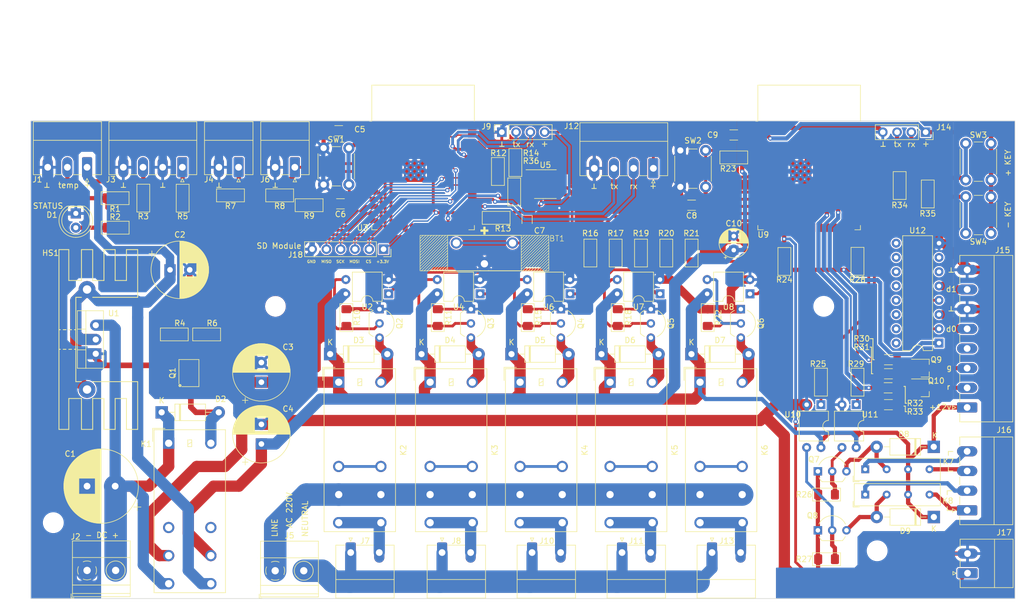
<source format=kicad_pcb>
(kicad_pcb (version 20221018) (generator pcbnew)
  (layers (0 "F.Cu" signal) (31 "B.Cu" signal) (34 "B.Paste" user) (35 "F.Paste" user) (36 "B.SilkS" user "B.Silkscreen") (37 "F.SilkS" user "F.Silkscreen") (38 "B.Mask" user) (39 "F.Mask" user) (44 "Edge.Cuts" user))
  (net 0 "")
  (net 1 "Net-(D2-K)")
  (net 2 "GND")
  (net 3 "/+3.3V")
  (net 4 "Net-(U9-EN)")
  (net 5 "Net-(D1-A)")
  (net 6 "Net-(D2-A)")
  (net 7 "Net-(D3-A)")
  (net 8 "Net-(D4-A)")
  (net 9 "Net-(D5-A)")
  (net 10 "Net-(D6-A)")
  (net 11 "Net-(D7-A)")
  (net 12 "/+3.3V_PROTECTED")
  (net 13 "Net-(U3-EN)")
  (net 14 "Net-(J7-Pin_2)")
  (net 15 "Net-(J8-Pin_2)")
  (net 16 "Net-(J10-Pin_2)")
  (net 17 "/+12V")
  (net 18 "Net-(J11-Pin_2)")
  (net 19 "Net-(D8-A)")
  (net 20 "Net-(D9-A)")
  (net 21 "Net-(J13-Pin_2)")
  (net 22 "Net-(J14-Pin_2)")
  (net 23 "/Lights Relays/NEUTRAL")
  (net 24 "/SENS_GATE")
  (net 25 "/Wiegand Converter/LED_CTRL_RED")
  (net 26 "/Wiegand Converter/LED_CTRL_GREEN")
  (net 27 "Net-(J14-Pin_3)")
  (net 28 "Net-(Q2-B)")
  (net 29 "Net-(Q3-B)")
  (net 30 "Net-(Q4-B)")
  (net 31 "Net-(Q5-B)")
  (net 32 "Net-(Q6-B)")
  (net 33 "Net-(Q7-B)")
  (net 34 "/Wiegand Converter/WIEGAND_D0")
  (net 36 "/Wiegand Converter/WIEGAND_D1")
  (net 37 "Net-(J16-Pin_1)")
  (net 38 "/Energy Control/EC_TX")
  (net 39 "Net-(J16-Pin_2)")
  (net 40 "/Energy Control/EC_RX")
  (net 41 "Net-(Q9-G)")
  (net 42 "/Lights Relays/LINE")
  (net 43 "Net-(J16-Pin_3)")
  (net 44 "/Energy Control/EC_M_RX")
  (net 45 "Net-(J16-Pin_4)")
  (net 46 "/Energy Control/EC_M_TX")
  (net 48 "unconnected-(K6-Pad12)")
  (net 49 "Net-(Q1-G)")
  (net 50 "Net-(Q8-B)")
  (net 51 "Net-(U9-IO0)")
  (net 52 "/Energy Control/INT_TEMP")
  (net 53 "/Energy Control/CASE_OPEN")
  (net 54 "/Energy Control/BAT_LOW")
  (net 55 "/Energy Control/AC_LOW")
  (net 56 "/Energy Control/INPUT_FUSE")
  (net 59 "Net-(Q10-G)")
  (net 60 "/OPEN_GATE")
  (net 61 "/LIGHT_01")
  (net 62 "/LIGHT_03")
  (net 71 "/LIGHT_00")
  (net 72 "Net-(U3-IO25)")
  (net 73 "Net-(U3-IO0)")
  (net 74 "Net-(R16-Pad2)")
  (net 75 "Net-(R17-Pad2)")
  (net 76 "Net-(R19-Pad2)")
  (net 77 "Net-(R20-Pad2)")
  (net 78 "Net-(R21-Pad2)")
  (net 79 "Net-(R25-Pad1)")
  (net 80 "Net-(R29-Pad1)")
  (net 81 "Net-(U9-IO19)")
  (net 82 "/LIGHT_02")
  (net 83 "/LIGHT_04")
  (net 84 "/OPEN_PEDS")
  (net 85 "/WLED_RED")
  (net 86 "/WLED_GREEN")
  (net 88 "Net-(U9-IO18)")
  (net 91 "/POW_CTRL")
  (net 93 "/Energy Control/SDA")
  (net 94 "/Energy Control/SCL")
  (net 105 "/Energy Control/SD_CS")
  (net 107 "/Energy Control/SD_MOSI")
  (net 108 "/WD_0")
  (net 109 "/WD_1")
  (net 112 "/Energy Control/SD_SCK")
  (net 114 "/Energy Control/TACT_FREQ")
  (net 121 "Net-(BT1-+)")
  (net 124 "unconnected-(K2-Pad12)")
  (net 125 "unconnected-(K3-Pad12)")
  (net 126 "unconnected-(K4-Pad12)")
  (net 127 "unconnected-(K5-Pad12)")
  (net 134 "unconnected-(U5-~{RST}-Pad4)")
  (net 135 "/Energy Control/SD_MISO")
  (footprint "PCM_Resistor_SMD_AKL:R_1206_3216Metric_Pad1.42x1.75mm_HandSolder" (layer "F.Cu") (at 106.44 55.4125 -90)
    (fp_text reference "R3")
    (fp_text value "10k")
  )
  (footprint "PCM_Resistor_SMD_AKL:R_1206_3216Metric_Pad1.42x1.75mm_HandSolder" (layer "F.Cu") (at 226.94 88.1625 90)
    (fp_text reference "R25")
    (fp_text value "120")
  )
  (footprint "PCM_Resistor_SMD_AKL:R_1206_3216Metric_Pad1.42x1.75mm_HandSolder" (layer "F.Cu") (at 233.44 66.6625 90)
    (fp_text reference "R28")
    (fp_text value "10k")
  )
  (footprint "Capacitor_THT:CP_Radial_D13.0mm_P5.00mm" (layer "F.Cu") (at 101.44 106.675 180)
    (fp_text reference "C1")
    (fp_text value "1000uF / 50v")
  )
  (footprint "Connector_Phoenix_MC:PhoenixContact_MC_1,5_2-G-3.5_1x02_P3.50mm_Horizontal" (layer "F.Cu") (at 253.0075 122.175 90)
    (fp_text reference "J17")
    (fp_text value "GATES_STATE_SWITCH")
  )
  (footprint "TerminalBlock_Phoenix:TerminalBlock_Phoenix_MKDS-1,5-2-5.08_1x02_P5.08mm_Horizontal" (layer "F.Cu") (at 96.44 121.675)
    (fp_text reference "J2")
    (fp_text value "DC12v")
  )
  (footprint "Package_TO_SOT_THT:TO-92_Inline_Wide" (layer "F.Cu") (at 148.445 75.175 -90)
    (fp_text reference "Q2")
    (fp_text value "2N2222")
  )
  (footprint "Package_DIP:DIP-4_W7.62mm" (layer "F.Cu") (at 226.94 92.175 -90)
    (fp_text reference "U10")
    (fp_text value "PC817")
  )
  (footprint "Diode_THT:D_DO-41_SOD81_P10.16mm_Horizontal" (layer "F.Cu") (at 171.915 83.175)
    (fp_text reference "D5")
    (fp_text value "1N4007")
  )
  (footprint "Package_DIP:DIP-4_W7.62mm" (layer "F.Cu") (at 214.325 72.45 180)
    (fp_text reference "U8")
    (fp_text value "PC817")
  )
  (footprint "MountingHole:MountingHole_3.2mm_M3" (layer "F.Cu") (at 129.94 74.675)
    (fp_text reference "REF**" hide)
    (fp_text value "MountingHole_3.2mm_M3")
  )
  (footprint "Relay_THT:Relay_SPDT_Omron_G2RL-1-E" (layer "F.Cu") (at 141.19 88.175)
    (fp_text reference "K2")
    (fp_text value "G2RL-1-E")
  )
  (footprint "Heatsink:Heatsink_Stonecold_HS-132_32x14mm_2xFixation1.5mm" (layer "F.Cu") (at 96.44 80.575 90)
    (fp_text reference "HS1")
    (fp_text value "Heatsink_Pad")
  )
  (footprint "Relay_THT:Relay_SPDT_Omron_G2RL-1-E" (layer "F.Cu") (at 189.44 88.175)
    (fp_text reference "K5")
    (fp_text value "G2RL-1-E")
  )
  (footprint "Package_DIP:DIP-4_W7.62mm" (layer "F.Cu") (at 182.325 72.45 180)
    (fp_text reference "U6")
    (fp_text value "PC817")
  )
  (footprint "PCM_Resistor_SMD_AKL:R_1206_3216Metric_Pad1.42x1.75mm_HandSolder" (layer "F.Cu") (at 169.5 50.675 -90)
    (fp_text reference "R12")
    (fp_text value "10k")
  )
  (footprint "Capacitor_THT:CP_Radial_D5.0mm_P2.50mm" (layer "F.Cu") (at 211.44 64.675 90)
    (fp_text reference "C10")
    (fp_text value "10uF / 16v")
  )
  (footprint "Diode_THT:D_DO-41_SOD81_P10.16mm_Horizontal" (layer "F.Cu") (at 155.915 83.175)
    (fp_text reference "D4")
    (fp_text value "1N4007")
  )
  (footprint "Relay_THT:Relay_SPDT_Omron_G2RL-1-E" (layer "F.Cu") (at 173.44 88.175)
    (fp_text reference "K4")
    (fp_text value "G2RL-1-E")
  )
  (footprint "Resistor_SMD:R_1206_3216Metric_Pad1.30x1.75mm_HandSolder" (layer "F.Cu") (at 238.94 84.175)
    (fp_text reference "R30")
    (fp_text value "1k")
  )
  (footprint "Button_Switch_THT:SW_PUSH_6mm" (layer "F.Cu") (at 201.94 53.425 90)
    (fp_text reference "SW2")
    (fp_text value "GLC_RESET")
  )
  (footprint "PCM_Resistor_SMD_AKL:R_1206_3216Metric_Pad1.42x1.75mm_HandSolder" (layer "F.Cu") (at 194.94 65.1875 -90)
    (fp_text reference "R19")
    (fp_text value "120")
  )
  (footprint "Connector_PinSocket_2.54mm:PinSocket_1x06_P2.54mm_Vertical" (layer "F.Cu") (at 149.16 64.5 -90)
    (fp_text reference "J18")
    (fp_text value "SD Module")
  )
  (footprint "PCM_Resistor_SMD_AKL:R_1206_3216Metric_Pad1.42x1.75mm_HandSolder" (layer "F.Cu") (at 174.803 76.6765 -90)
    (fp_text reference "R15")
    (fp_text value "10k")
  )
  (footprint "MountingHole:MountingHole_3.2mm_M3" (layer "F.Cu") (at 236.94 118.175)
    (fp_text reference "REF**" hide)
    (fp_text value "MountingHole_3.2mm_M3")
  )
  (footprint "PCM_Resistor_SMD_AKL:R_1206_3216Metric_Pad1.42x1.75mm_HandSolder" (layer "F.Cu") (at 130.69 54.925 180)
    (fp_text reference "R8")
    (fp_text value "10k")
  )
  (footprint "Connector_Phoenix_MC:PhoenixContact_MC_1,5_4-G-3.5_1x04_P3.50mm_Horizontal" (layer "F.Cu") (at 197.135 50.1075 180)
    (fp_text reference "J12")
    (fp_text value "MODBUS_UART")
  )
  (footprint "MountingHole:MountingHole_3.2mm_M3" (layer "F.Cu") (at 227.44 74.675)
    (fp_text reference "REF**" hide)
    (fp_text value "MountingHole_3.2mm_M3")
  )
  (footprint "Capacitor_SMD:C_1206_3216Metric_Pad1.33x1.80mm_HandSolder" (layer "F.Cu") (at 141.19 43.425)
    (fp_text reference "C5")
    (fp_text value "100nF")
  )
  (footprint "Package_DIP:DIP-4_W7.62mm" (layer "F.Cu") (at 150.075 72.45 180)
    (fp_text reference "U2")
    (fp_text value "PC817")
  )
  (footprint "Connector_Phoenix_MC:PhoenixContact_MC_1,5_4-G-3.5_1x04_P3.50mm_Horizontal" (layer "F.Cu") (at 252.94 110.98 90)
    (fp_text reference "J16")
    (fp_text value "GATES_CONTROL")
  )
  (footprint "Capacitor_THT:CP_Radial_D10.0mm_P3.50mm" (layer "F.Cu") (at 111.19 68.175)
    (fp_text reference "C2")
    (fp_text value "100uF / 16v")
  )
  (footprint "PCM_Resistor_SMD_AKL:R_1206_3216Metric_Pad1.42x1.75mm_HandSolder" (layer "F.Cu") (at 172.4 54.3125 -90)
    (fp_text reference "R36")
    (fp_text value "10k")
  )
  (footprint "PCM_Resistor_SMD_AKL:R_1206_3216Metric_Pad1.42x1.75mm_HandSolder" (layer "F.Cu") (at 185.94 65.1875 -90)
    (fp_text reference "R16")
    (fp_text value "120")
  )
  (footprint "Connector_Phoenix_MC_HighVoltage:PhoenixContact_MC_1,5_2-G-5.08_1x02_P5.08mm_Horizontal" (layer "F.Cu") (at 159.57 118.4925)
    (fp_text reference "J8")
    (fp_text value "Front Yard")
  )
  (footprint "PCM_Resistor_SMD_AKL:R_1206_3216Metric_Pad1.42x1.75mm_HandSolder" (layer "F.Cu") (at 101.4275 55.425 180)
    (fp_text reference "R1")
    (fp_text value "4k7")
  )
  (footprint "PCM_Package_TO_SOT_SMD_AKL:SOT-23-6_Handsoldering" (layer "F.Cu") (at 114.55 86.55 90)
    (fp_text reference "Q1")
    (fp_text value "AO6400")
  )
  (footprint "Resistor_SMD:R_1206_3216Metric_Pad1.30x1.75mm_HandSolder" (layer "F.Cu") (at 238.89 89.175)
    (fp_text reference "R32")
    (fp_text value "1k")
  )
  (footprint "RF_Module:ESP32-WROOM-32D" (layer "F.Cu") (at 224.84 51.17)
    (fp_text reference "U9")
    (fp_text value "ESP32-WROOM-32")
  )
  (footprint "Connector_Phoenix_MC_HighVoltage:PhoenixContact_MC_1,5_2-G-5.08_1x02_P5.08mm_Horizontal" (layer "F.Cu") (at 175.57 118.4925)
    (fp_text reference "J10")
    (fp_text value "Bollards")
  )
  (footprint "Package_DIP:DIP-16_W7.62mm" (layer "F.Cu") (at 247.94 81.215 180)
    (fp_text reference "U12")
    (fp_text value "~")
  )
  (footprint "PCM_Resistor_SMD_AKL:R_1206_3216Metric_Pad1.42x1.75mm_HandSolder" (layer "F.Cu") (at 158.803 76.6765 -90)
    (fp_text reference "R11")
    (fp_text value "10k")
  )
  (footprint "Capacitor_SMD:C_1206_3216Metric_Pad1.33x1.80mm_HandSolder" (layer "F.Cu") (at 174.69 59.2375 90)
    (fp_text reference "C7")
    (fp_text value "100nF")
  )
  (footprint "PCM_Resistor_SMD_AKL:R_1206_3216Metric_Pad1.42x1.75mm_HandSolder" (layer "F.Cu") (at 227.94 119.675 180)
    (fp_text reference "R27")
    (fp_text value "10k")
  )
  (footprint "Diode_THT:D_DO-41_SOD81_P10.16mm_Horizontal" (layer "F.Cu") (at 139.665 83.175)
    (fp_text reference "D3")
    (fp_text value "1N4007")
  )
  (footprint "Relay_THT:Relay_SPST_StandexMeder_MS_Form1AB" (layer "F.Cu") (at 234.82 103.675)
    (fp_text reference "K7")
    (fp_text value "EDR101A1200")
  )
  (footprint "Package_DIP:DIP-4_W7.62mm" (layer "F.Cu") (at 166.325 72.45 180)
    (fp_text reference "U4")
    (fp_text value "PC817")
  )
  (footprint "Relay_THT:Relay_SPST_StandexMeder_MS_Form1AB" (layer "F.Cu") (at 234.82 108.175)
    (fp_text reference "K8")
    (fp_text value "EDR101A1200")
  )
  (footprint "PCM_Resistor_SMD_AKL:R_1206_3216Metric_Pad1.42x1.75mm_HandSolder" (layer "F.Cu") (at 190.803 76.6765 -90)
    (fp_text reference "R18")
    (fp_text value "10k")
  )
  (footprint "Diode_THT:D_DO-41_SOD81_P10.16mm_Horizontal" (layer "F.Cu") (at 187.915 83.175)
    (fp_text reference "D6")
    (fp_text value "1N4007")
  )
  (footprint "PCM_Resistor_SMD_AKL:R_1206_3216Metric_Pad1.42x1.75mm_HandSolder" (layer "F.Cu") (at 206.803 76.6765 -90)
    (fp_text reference "R22")
    (fp_text value "10k")
  )
  (footprint "Capacitor_SMD:C_1206_3216Metric_Pad1.33x1.80mm_HandSolder" (layer "F.Cu") (at 211.44 44.175)
    (fp_text reference "C9")
    (fp_text value "100nF")
  )
  (footprint "PCM_Resistor_SMD_AKL:R_1206_3216Metric_Pad1.42x1.75mm_HandSolder" (layer "F.Cu") (at 172.6 49.0875 -90)
    (fp_text reference "R14")
    (fp_text value "10k")
  )
  (footprint "Relay_THT:Relay_SPDT_Omron_G2RL-1-E" (layer "F.Cu") (at 205.44 88.175)
    (fp_text reference "K6")
    (fp_text value "G2RL-1-E")
  )
  (footprint "PCM_Resistor_SMD_AKL:R_1206_3216Metric_Pad1.42x1.75mm_HandSolder" (layer "F.Cu") (at 135.9275 56.675 180)
    (fp_text reference "R9")
    (fp_text value "10k")
  )
  (footprint "PCM_Package_TO_SOT_THT_AKL:TO-220-3_Vertical" (layer "F.Cu") (at 97.985 83.115 90)
    (fp_text reference "U1")
    (fp_text value "LM1084-3.3" hide)
  )
  (footprint "PCM_Resistor_SMD_AKL:R_1206_3216Metric_Pad1.42x1.75mm_HandSolder" (layer "F.Cu") (at 121.94 54.925 180)
    (fp_text reference "R7")
    (fp_text value "10k")
  )
  (footprint "PCM_Resistor_SMD_AKL:R_1206_3216Metric_Pad1.42x1.75mm_HandSolder" (layer "F.Cu") (at 169.19 58.925 180)
    (fp_text reference "R13")
    (fp_text value "10k")
  )
  (footprint "PCM_Resistor_SMD_AKL:R_1206_3216Metric_Pad1.42x1.75mm_HandSolder" (layer "F.Cu") (at 220.44 66.6875 90)
    (fp_text reference "R24")
    (fp_text value "10k")
  )
  (footprint "Package_TO_SOT_THT:TO-92_Inline_Wide" (layer "F.Cu") (at 164.695 75.175 -90)
    (fp_text reference "Q3")
    (fp_text value "2N2222")
  )
  (footprint "Relay_THT:Relay_SPDT_Omron_G2RL-1-E" (layer "F.Cu") (at 157.44 88.175)
    (fp_text reference "K3")
    (fp_text value "G2RL-1-E")
  )
  (footprint "Button_Switch_THT:SW_PUSH_6mm" (layer "F.Cu") (at 252.69 52.175 90)
    (fp_text reference "SW3")
    (fp_text value "Write Token")
  )
  (footprint "Package_DIP:DIP-4_W7.62mm" (layer "F.Cu") (at 233.215 92.175 -90)
    (fp_text reference "U11")
    (fp_text value "PC817")
  )
  (footprint "TerminalBlock_Phoenix:TerminalBlock_Phoenix_MKDS-1,5-2-5.08_1x02_P5.08mm_Horizontal" (layer "F.Cu") (at 129.895 121.73)
    (fp_text reference "J5")
    (fp_text value "AC IN")
  )
  (footprint "PCM_Resistor_SMD_AKL:R_1206_3216Metric_Pad1.42x1.75mm_HandSolder" (layer "F.Cu") (at 211.44 48.175)
    (fp_text reference "R23")
    (fp_text value "10k")
  )
  (footprint "PCM_Resistor_SMD_AKL:R_1206_3216Metric_Pad1.42x1.75mm_HandSolder" (layer "F.Cu") (at 101.44 60.675)
    (fp_text reference "R2")
    (fp_text value "68")
  )
  (footprint "LED_THT:LED_D5.0mm_Clear" (layer "F.Cu") (at 94.44 58.135 -90)
    (fp_text reference "D1")
    (fp_text value "STATUS")
  )
  (footprint "Diode_THT:D_DO-41_SOD81_P10.16mm_Horizontal" (layer "F.Cu") (at 109.7025 93.5375)
    (fp_text reference "D2")
    (fp_text value "1N4002")
  )
  (footprint "Capacitor_THT:CP_Radial_D10.0mm_P3.50mm" (layer "F.Cu") (at 127.44 88.175 90)
    (fp_text reference "C3")
    (fp_text value "100uF / 50v")
  )
  (footprint "PCM_Resistor_SMD_AKL:R_1206_3216Metric_Pad1.42x1.75mm_HandSolder" (layer "F.Cu") (at 117.7025 79.675 180)
    (fp_text reference "R6")
    (fp_text value "150")
  )
  (footprint "PCM_Resistor_SMD_AKL:R_1206_3216Metric_Pad1.42x1.75mm_HandSolder" (layer "F.Cu") (at 111.9525 79.675 180)
    (fp_text reference "R4")
    (fp_text value "10k")
  )
  (footprint "Connector_PinSocket_2.54mm:PinSocket_1x04_P2.54mm_Vertical" (layer "F.Cu") (at 245.56 43.675 -90)
    (fp_text reference "J14")
    (fp_text value "LC_RS232")
  )
  (footprint "Diode_THT:D_DO-41_SOD81_P10.16mm_Horizontal" (layer "F.Cu") (at 247.02 112.175 180)
    (fp_text reference "D9")
    (fp_text value "1N4007")
  )
  (footprint "Package_TO_SOT_THT:TO-92_Inline_Wide" (layer "F.Cu") (at 180.695 75.175 -90)
    (fp_text reference "Q4")
    (fp_text value "2N2222")
  )
  (footprint "PCM_Resistor_SMD_AKL:R_1206_3216Metric_Pad1.42x1.75mm_HandSolder" (layer "F.Cu") (at 203.94 65.1875 -90)
    (fp_text reference "R21")
    (fp_text value "120")
  )
  (footprint "Resistor_SMD:R_1206_3216Metric_Pad1.30x1.75mm_HandSolder" (layer "F.Cu") (at 238.94 86.675)
    (fp_text reference "R31")
    (fp_text value "100k")
  )
  (footprint "PCM_Resistor_SMD_AKL:R_1206_3216Metric_Pad1.42x1.75mm_HandSolder" (layer "F.Cu") (at 113.44 55.425 -90)
    (fp_text reference "R5")
    (fp_text value "10k")
  )
  (footprint "Package_TO_SOT_SMD:SOT-23_Handsoldering" (layer "F.Cu") (at 245.44 89.175)
    (fp_text reference "Q10")
    (fp_text value "IRLML2402")
  )
  (footprint "Connector_Phoenix_MC_HighVoltage:PhoenixContact_MC_1,5_2-G-5.08_1x02_P5.08mm_Horizontal" (layer "F.Cu") (at 207.57 118.4925)
    (fp_text reference "J13")
    (fp_text value "Fence Lights")
  )
  (footprint "Connector_Phoenix_MC:PhoenixContact_MC_1,5_2-G-3.5_1x02_P3.50mm_Horizontal" (layer "F.Cu") (at 133.385 49.925 180)
    (fp_text reference "J6")
    (fp_text value "CASE_SENSOR")
  )
  (footprint "Package_TO_SOT_THT:TO-92_Inline_Wide" (layer "F.Cu") (at 212.695 75.175 -90)
    (fp_text reference "Q6")
    (fp_text value "2N2222")
  )
  (footprint "PCM_Resistor_SMD_AKL:R_1206_3216Metric_Pad1.42x1.75mm_HandSolder" (layer "F.Cu") (at 240.94 53.175 90)
    (fp_text reference "R34")
    (fp_text value "10k")
  )
  (footprint "Connector_PinSocket_2.54mm:PinSocket_1x04_P2.54mm_Vertical" (layer "F.Cu") (at 170.19 43.675 90)
    (fp_text reference "J9")
    (fp_text value "EC_RS232")
  )
  (footprint "Package_DIP:DIP-4_W7.62mm" (layer "F.Cu") (at 198.325 72.45 180)
    (fp_text reference "U7")
    (fp_text value "PC817")
  )
  (footprint "Button_Switch_THT:SW_PUSH_6mm" (layer "F.Cu") (at 138.5 53 90)
    (fp_text reference "SW1")
    (fp_text value "EC_RESET")
  )
  (footprint "Connector_Phoenix_MC_HighVoltage:PhoenixContact_MC_1,5_2-G-5.08_1x02_P5.08mm_Horizontal" (layer "F.Cu") (at 191.57 118.4925)
    (fp_text reference "J11")
    (fp_text value "Address")
  )
  (footprint "Package_SO:SOIC-8_3.9x4.9mm_P1.27mm" (layer "F.Cu") (at 177.94 52.925)
    (fp_text reference "U5")
    (fp_text value "DS3232M")
  )
  (footprint "PCM_Resistor_SMD_AKL:R_1206_3216Metric_Pad1.42x1.75mm_HandSolder" (layer "F.Cu") (at 227.94 108.175 180)
    (fp_text reference "R26")
    (fp_text value "10k")
  )
  (footprint "Package_TO_SOT_SMD:SOT-23_Handsoldering" (layer "F.Cu") (at 245.44 85.675)
    (fp_text reference "Q9")
    (fp_text value "IRLML2402")
  )
  (footprint "PCM_Resistor_SMD_AKL:R_1206_3216Metric_Pad1.42x1.75mm_HandSolder" (layer "F.Cu") (at 190.44 65.1875 -90)
    (fp_text reference "R17")
    (fp_text value "120")
  )
  (footprint "Diode_THT:D_DO-41_SOD81_P10.16mm_Horizontal" (layer "F.Cu") (at 203.915 83.175)
    (fp_text reference "D7")
    (fp_text value "1N4007")
  )
  (footprint "Relay_THT:Relay_DPDT_Omron_G2RL-2" (layer "F.Cu") (at 110.9525 99.0375)
    (fp_text reference "K1")
    (fp_text value "G2RL-2")
  )
  (footprint "Capacitor_THT:CP_Radial_D10.0mm_P3.50mm" (layer "F.Cu") (at 127.44 99.175 90)
    (fp_text reference "C4")
    (fp_text value "100uF / 16v")
  )
  (footprint "Package_TO_SOT_THT:TO-92_Inline_Wide" (layer "F.Cu") (at 226.4 114.535)
    (fp_text reference "Q8")
    (fp_text value "2N2222")
  )
  (footprint "PCM_Resistor_SMD_AKL:R_1206_3216Metric_Pad1.42x1.75mm_HandSolder" (layer "F.Cu") (at 245.94 54.675 90)
    (fp_text reference "R35")
    (fp_text value "10k")
  )
  (footprint "Connector_Phoenix_MC:PhoenixContact_MC_1,5_8-G-3.5_1x08_P3.50mm_Horizontal" (layer "F.Cu") (at 252.94 92.675 90)
    (fp_text reference "J15")
    (fp_text value "RFID_READER")
  )
  (footprint "Local:Battery_Holder_CR2032_Vertical" (layer "F.Cu") (at 167.1 64.95 180)
    (fp_text reference "BT1")
    (fp_text value "CR2032")
  )
  (footprint "Button_Switch_THT:SW_PUSH_6mm" (layer "F.Cu") (at 252.69 61.675 90)
    (fp_text reference "SW4")
    (fp_text value "Delete Token")
  )
  (footprint "Connector_Phoenix_MC_HighVoltage:PhoenixContact_MC_1,5_2-G-5.08_1x02_P5.08mm_Horizontal" (layer "F.Cu") (at 143.32 118.4925)
    (fp_text reference "J7")
    (fp_text value "Parking")
  )
  (footprint "Connector_Phoenix_MC:PhoenixContact_MC_1,5_2-G-3.5_1x02_P3.50mm_Horizontal" (layer "F.Cu") (at 123.385 49.925 180)
    (fp_text reference "J4")
    (fp_text value "INPUT_FUSE_SENSE")
  )
  (footprint "Connector_Phoenix_MC:PhoenixContact_MC_1,5_4-G-3.5_1x04_P3.50mm_Horizontal" (layer "F.Cu") (at 113.385 49.925 180)
    (fp_text reference "J3")
    (fp_text value "UPS_DETECTION")
  )
  (footprint "Capacitor_SMD:C_1206_3216Metric_Pad1.33x1.80mm_HandSolder" (layer "F.Cu") (at 141.5025 56.425 180)
    (fp_text reference "C6")
    (fp_text value "1uF")
  )
  (footprint "PCM_Resistor_SMD_AKL:R_1206_3216Metric_Pad1.42x1.75mm_HandSolder" (layer "F.Cu") (at 199.44 65.1875 -90)
    (fp_text reference "R20")
    (fp_text value "120")
  )
  (footprint "PCM_Resistor_SMD_AKL:R_1206_3216Metric_Pad1.42x1.75mm_HandSolder" (layer "F.Cu") (at 142.553 76.6765 -90)
    (fp_text reference "R10")
    (fp_text value "10k")
  )
  (footprint "MountingHole:MountingHole_3.2mm_M3" (layer "F.Cu") (at 90.44 113.175)
    (fp_text reference "REF**" hide)
    (fp_text value "MountingHole_3.2mm_M3")
  )
  (footprint "Capacitor_SMD:C_1206_3216Metric_Pad1.33x1.80mm_HandSolder" (layer "F.Cu") (at 203.94 56.675 180)
    (fp_text reference "C8")
    (fp_text value "1uF")
  )
  (footprint "Diode_THT:D_DO-41_SOD81_P10.16mm_Horizontal" (layer "F.Cu") (at 247 99.675 180)
    (fp_text reference "D8")
    (fp_text value "1N4007")
  )
  (footprint "PCM_Resistor_SMD_AKL:R_1206_3216Metric_Pad1.42x1.75mm_HandSolder" (layer "F.Cu") (at 233.44 88.175 90)
    (fp_text reference "R29")
    (fp_text value "120")
  )
  (footprint "Connector_Phoenix_MC:PhoenixContact_MC_1,5_3-G-3.5_1x03_P3.50mm_Horizontal" (layer "F.Cu") (at 96.44 49.925 180)
    (fp_text reference "J1")
    (fp_text value "DS18B20 TEMP")
  )
  (footprint "Package_TO_SOT_THT:TO-92_Inline_Wide" (layer "F.Cu") (at 226.4 104.035)
    (fp_text reference "Q7")
    (fp_text value "2N2222")
  )
  (footprint "RF_Module:ESP32-WROOM-32D" (layer "F.Cu") (at 156.19 51.17)
    (fp_text reference "U3")
    (fp_text value "ESP32-WROOM-32")
  )
  (footprint "Package_TO_SOT_THT:TO-92_Inline_Wide" (layer "F.Cu") (at 196.695 75.175 -90)
    (fp_text reference "Q5")
    (fp_text value "2N2222")
  )
  (footprint "Resistor_SMD:R_1206_3216Metric_Pad1.30x1.75mm_HandSolder" (layer "F.Cu") (at 238.94 92.175)
    (fp_text reference "R33")
    (fp_text value "100k")
  )
  (gr_line (start 109.9 53.5) (end 109.5 53.5) (stroke (width 0.15)) (layer "F.SilkS"))
  (gr_line (start 245.6 45.4) (end 245.6 46.2) (stroke (width 0.15)) (layer "F.SilkS"))
  (gr_line (start 238 45.4) (end 238 46.2) (stroke (width 0.15)) (layer "F.SilkS"))
  (gr_line (start 250.1 68.6) (end 249.7 68.6) (stroke (width 0.15)) (layer "F.SilkS"))
  (gr_line (start 129.9 53.5) (end 130.3 53.5) (stroke (width 0.15)) (layer "F.SilkS"))
  (gr_line (start 235.69 80.425) (end 236.19 80.425) (stroke (width 0.15)) (layer "F.SilkS"))
  (gr_line (start 178.2 45.8) (end 177.4 45.8) (stroke (width 0.15)) (layer "F.SilkS"))
  (gr_line (start 249.4 107.5) (end 249.4 108.2) (stroke (width 0.15)) (layer "F.SilkS"))
  (gr_line (start 250.1 67.8) (end 250.1 68.6) (stroke (width 0.15)) (layer "F.SilkS"))
  (gr_line (start 89.3 53.5) (end 89.7 53.5) (stroke (width 0.15)) (layer "F.SilkS"))
  (gr_line (start 246 45.8) (end 245.2 45.8) (stroke (width 0.15)) (layer "F.SilkS"))
  (gr_line (start 129.9 52.7) (end 129.9 53.5) (stroke (width 0.15)) (layer "F.SilkS"))
  (gr_line (start 89.3 52.7) (end 89.3 53.5) (stroke (width 0.15)) (layer "F.SilkS"))
  (gr_line (start 250.1 68.6) (end 250.5 68.6) (stroke (width 0.15)) (layer "F.SilkS"))
  (gr_line (start 119.9 53.5) (end 119.5 53.5) (stroke (width 0.15)) (layer "F.SilkS"))
  (gr_line (start 170.2 46.2) (end 169.8 46.2) (stroke (width 0.15)) (layer "F.SilkS"))
  (gr_line (start 89.3 53.5) (end 88.9 53.5) (stroke (width 0.15)) (layer "F.SilkS"))
  (gr_line (start 238 46.2) (end 238.4 46.2) (stroke (width 0.15)) (layer "F.SilkS"))
  (gr_line (start 241.94 91.925) (end 241.94 88.925) (stroke (width 0.15)) (layer "F.SilkS"))
  (gr_line (start 186.6 52.9) (end 186.6 53.7) (stroke (width 0.15)) (layer "F.SilkS"))
  (gr_line (start 119.9 53.5) (end 120.3 53.5) (stroke (width 0.15)) (layer "F.SilkS"))
  (gr_line (start 235.69 81.925) (end 235.94 81.925) (stroke (width 0.15)) (layer "F.SilkS"))
  (gr_line (start 129.9 53.5) (end 129.5 53.5) (stroke (width 0.15)) (layer "F.SilkS"))
  (gr_line (start 241.94 88.925) (end 241.69 88.925) (stroke (width 0.15)) (layer "F.SilkS"))
  (gr_line (start 102.9 53.5) (end 103.3 53.5) (stroke (width 0.15)) (layer "F.SilkS"))
  (gr_line (start 170.2 46.2) (end 170.6 46.2) (stroke (width 0.15)) (layer "F.SilkS"))
  (gr_line (start 102.9 52.7) (end 102.9 53.5) (stroke (width 0.15)) (layer "F.SilkS"))
  (gr_line (start 235.94 86.675) (end 236.19 86.675) (stroke (width 0.15)) (layer "F.SilkS"))
  (gr_line (start 177.8 45.4) (end 177.8 46.2) (stroke (width 0.15)) (layer "F.SilkS"))
  (gr_line (start 250.2 107.5) (end 249.4 107.5) (stroke (width 0.15)) (layer "F.SilkS"))
  (gr_line (start 235.94 81.925) (end 235.94 86.675) (stroke (width 0.15)) (layer "F.SilkS"))
  (gr_line (start 242.19 91.925) (end 241.94 91.925) (stroke (width 0.15)) (layer "F.SilkS"))
  (gr_line (start 249.6 104) (end 249.6 103.3) (stroke (width 0.15)) (layer "F.SilkS"))
  (gr_line (start 242.19 93.425) (end 241.94 93.425) (stroke (width 0.15)) (layer "F.SilkS"))
  (gr_line (start 186.6 53.7) (end 187 53.7) (stroke (width 0.15)) (layer "F.SilkS"))
  (gr_line (start 119.9 52.7) (end 119.9 53.5) (stroke (width 0.15)) (layer "F.SilkS"))
  (gr_line (start 250.2 111) (end 249.4 111) (stroke (width 0.15)) (layer "F.SilkS"))
  (gr_line (start 241.94 92.425) (end 241.69 92.425) (stroke (width 0.15)) (layer "F.SilkS"))
  (gr_line (start 249.6 100.5) (end 249.6 101.2) (stroke (width 0.15)) (layer "F.SilkS"))
  (gr_line (start 186.6 53.7) (end 186.2 53.7) (stroke (width 0.15)) (layer "F.SilkS"))
  (gr_line (start 96.5 52.7) (end 96.5 53.5) (stroke (width 0.15)) (layer "F.SilkS"))
  (gr_line (start 236.19 84.175) (end 236.44 84.175) (stroke (width 0.15)) (layer "F.SilkS"))
  (gr_line (start 109.9 52.7) (end 109.9 53.5) (stroke (width 0.15)) (layer "F.SilkS"))
  (gr_line (start 250.1 75.5) (end 249.7 75.5) (stroke (width 0.15)) (layer "F.SilkS"))
  (gr_line (start 241.94 93.425) (end 241.94 92.425) (stroke (width 0.15)) (layer "F.SilkS"))
  (gr_line (start 250.1 75.5) (end 250.5 75.5) (stroke (width 0.15)) (layer "F.SilkS"))
  (gr_line (start 102.9 53.5) (end 102.5 53.5) (stroke (width 0.15)) (layer "F.SilkS"))
  (gr_line (start 238 46.2) (end 237.6 46.2) (stroke (width 0.15)) (layer "F.SilkS"))
  (gr_line (start 109.9 53.5) (end 110.3 53.5) (stroke (width 0.15)) (layer "F.SilkS"))
  (gr_line (start 96.9 53.1) (end 96.1 53.1) (stroke (width 0.15)) (layer "F.SilkS"))
  (gr_line (start 249.4 111) (end 249.4 110.3) (stroke (width 0.15)) (layer "F.SilkS"))
  (gr_line (start 250.1 74.7) (end 250.1 75.5) (stroke (width 0.15)) (layer "F.SilkS"))
  (gr_line (start 197.1 52.9) (end 197.1 53.7) (stroke (width 0.15)) (layer "F.SilkS"))
  (gr_line (start 236.19 80.425) (end 236.19 84.175) (stroke (width 0.15)) (layer "F.SilkS"))
  (gr_line (start 170.2 45.4) (end 170.2 46.2) (stroke (width 0.15)) (layer "F.SilkS"))
  (gr_line (start 197.5 53.3) (end 196.7 53.3) (stroke (width 0.15)) (layer "F.SilkS"))
  (gr_line (start 250.4 104) (end 249.6 104) (stroke (width 0.15)) (layer "F.SilkS"))
  (gr_line (start 250.4 100.5) (end 249.6 100.5) (stroke (width 0.15)) (layer "F.SilkS"))
  (gr_rect (start 86.44 41.675) (end 261.44 126.675) (stroke (width 0.1)) (fill none) (layer "Edge.Cuts"))
  (gr_text "d1" (at 249.1 72.2) (layer "F.SilkS") (effects (font (size 1 1)) (justify left bottom)))
  (gr_text "NEUTRAL" (at 135.8 115.8 90) (layer "F.SilkS") (effects (font (size 1 1)) (justify left bottom)))
  (gr_text "r" (at 249.2 89.6) (layer "F.SilkS") (effects (font (size 1 1)) (justify left bottom)))
  (gr_text "CS" (at 146.5 67) (layer "F.SilkS") (effects (font (size 0.5 0.5) (thickness 0.1) bold) (justify bottom)))
  (gr_text "- DC +" (at 96 115.4) (layer "F.SilkS") (effects (font (size 1 1)) (justify left)))
  (gr_text "rx" (at 192.8 53.8785) (layer "F.SilkS") (effects (font (size 1 1)) (justify left bottom)))
  (gr_text "rx" (at 242.2 46.4) (layer "F.SilkS") (effects (font (size 1 1)) (justify left bottom)))
  (gr_text "g" (at 249.2 86.1) (layer "F.SilkS") (effects (font (size 1 1)) (justify left bottom)))
  (gr_text "- KEY" (at 260.19 58.425 90) (layer "F.SilkS") (effects (font (size 1 1))))
  (gr_text "MOSI" (at 144 67) (layer "F.SilkS") (effects (font (size 0.5 0.5) (thickness 0.1) bold) (justify bottom)))
  (gr_text "tx" (at 239.8 46.4) (layer "F.SilkS") (effects (font (size 1 1)) (justify left bottom)))
  (gr_text "temp" (at 91.2 53.70175) (layer "F.SilkS") (effects (font (size 1 1)) (justify left bottom)))
  (gr_text "+12v" (at 246.1 93.2) (layer "F.SilkS") (effects (font (size 1 1)) (justify left bottom)))
  (gr_text "STATUS" (at 89.5 56.8) (layer "F.SilkS") (effects (font (size 1 1))))
  (gr_text "SCK" (at 141.5 67) (layer "F.SilkS") (effects (font (size 0.5 0.5) (thickness 0.1) bold) (justify bottom)))
  (gr_text "LINE" (at 130.4 115.8 90) (layer "F.SilkS") (effects (font (size 1 1)) (justify left bottom)))
  (gr_text "tx" (at 189.4 53.8785) (layer "F.SilkS") (effects (font (size 1 1)) (justify left bottom)))
  (gr_text "GND" (at 135.5 67) (layer "F.SilkS") (effects (font (size 0.5 0.5) (thickness 0.1) bold) (justify left bottom)))
  (gr_text "tx" (at 172 46.4) (layer "F.SilkS") (effects (font (size 1 1)) (justify left bottom)))
  (gr_text "rx" (at 174.4 46.4) (layer "F.SilkS") (effects (font (size 1 1)) (justify left bottom)))
  (gr_text "+ KEY" (at 260.19 49.175 90) (layer "F.SilkS") (effects (font (size 1 1))))
  (gr_text "SD Module" (at 126.5 64.5) (layer "F.SilkS") (effects (font (size 1 1)) (justify left bottom)))
  (gr_text "+3.3V" (at 149 67) (layer "F.SilkS") (effects (font (size 0.5 0.5) (thickness 0.1) bold) (justify bottom)))
  (gr_text "AC 220V" (at 133 114.2 90) (layer "F.SilkS") (effects (font (size 1 1)) (justify left bottom)))
  (gr_text "d0" (at 249.1 79.3) (layer "F.SilkS") (effects (font (size 1 1)) (justify left bottom)))
  (gr_text "MISO" (at 139 67) (layer "F.SilkS") (effects (font (size 0.5 0.5) (thickness 0.1) bold) (justify bottom)))
  (segment (start 101.44 106.675) (end 107.44 106.675) (width 2) (layer "F.Cu") (net 1))
  (segment (start 110.9525 103.1625) (end 110.9525 99.0375) (width 2) (layer "F.Cu") (net 1))
  (segment (start 107.44 106.675) (end 110.9525 103.1625) (width 2) (layer "F.Cu") (net 1))
  (segment (start 110.9525 99.0375) (end 110.9525 94.7875) (width 2) (layer "B.Cu") (net 1))
  (segment (start 100.8 78.035) (end 97.985 78.035) (width 2) (layer "B.Cu") (net 1))
  (segment (start 104.44 106.675) (end 101.44 106.675) (width 2) (layer "B.Cu") (net 1))
  (segment (start 101.52 121.675) (end 101.52 106.755) (width 4) (layer "B.Cu") (net 1))
  (segment (start 101.44 106.675) (end 101.44 78.675) (width 2) (layer "B.Cu") (net 1))
  (segment (start 110.9525 124.0375) (end 109.8025 124.0375) (width 2) (layer "B.Cu") (net 1))
  (segment (start 101.52 106.755) (end 101.44 106.675) (width 4) (layer "B.Cu") (net 1))
  (segment (start 109.8025 124.0375) (end 106.44 120.675) (width 2) (layer "B.Cu") (net 1))
  (segment (start 106.44 120.675) (end 106.44 108.675) (width 2) (layer "B.Cu") (net 1))
  (segment (start 110.9525 94.7875) (end 109.7025 93.5375) (width 2) (layer "B.Cu") (net 1))
  (segment (start 101.44 78.675) (end 100.8 78.035) (width 2) (layer "B.Cu") (net 1))
  (segment (start 106.44 108.675) (end 104.44 106.675) (width 2) (layer "B.Cu") (net 1))
  (segment (start 166.685 42.92) (end 167.44 43.675) (width 0.5) (layer "F.Cu") (net 2))
  (segment (start 216.09 42.92) (end 214.685 42.92) (width 0.75) (layer "F.Cu") (net 2))
  (segment (start 238.44 92.175) (end 238.94 91.675) (width 0.75) (layer "F.Cu") (net 2))
  (segment (start 148.431 75.189) (end 148.445 75.175) (width 0.75) (layer "F.Cu") (net 2))
  (segment (start 224.44 42.92) (end 224.44 48.84) (width 0.75) (layer "F.Cu") (net 2))
  (segment (start 139.94 54.44) (end 138.5 53) (width 0.5) (layer "F.Cu") (net 2))
  (segment (start 161.6 67.1) (end 167.1 67.1) (width 0.5) (layer "F.Cu") (net 2))
  (segment (start 243.94 90.125) (end 243.94 92.675) (width 0.5) (layer "F.Cu") (net 2))
  (segment (start 129.525 95.675) (end 130.2 95) (width 2) (layer "F.Cu") (net 2))
  (segment (start 226.4 119.6225) (end 226.4525 119.675) (width 0.75) (layer "F.Cu") (net 2))
  (segment (start 218.94 92.175) (end 224.4 92.175) (width 2) (layer "F.Cu") (net 2))
  (segment (start 148.435 41.925) (end 163.945 41.925) (width 0.5) (layer "F.Cu") (net 2))
  (segment (start 168.28 66.175) (end 167.095 67.36) (width 1) (layer "F.Cu") (net 2))
  (segment (start 256.44 68.175) (end 256.94 68.675) (width 1.5) (layer "F.Cu") (net 2))
  (segment (start 219.13 60.68) (end 219.13 59.18) (width 0.75) (layer "F.Cu") (net 2))
  (segment (start 231.44 94.675) (end 236.44 94.675) (width 0.75) (layer "F.Cu") (net 2))
  (segment (start 114.4 82.3) (end 110.465 82.3) (width 0.5) (layer "F.Cu") (net 2))
  (segment (start 245.39 87.525) (end 245.39 89.225) (width 0.5) (layer "F.Cu") (net 2))
  (segment (start 244.49 86.625) (end 245.39 87.525) (width 0.5) (layer "F.Cu") (net 2))
  (segment (start 213.94 42.175) (end 210.44 42.175) (width 0.75) (layer "F.Cu") (net 2))
  (segment (start 210.94 75.189) (end 212.681 75.189) (width 1.5) (layer "F.Cu") (net 2))
  (segment (start 224.04 54.27) (end 224.04 52.04) (width 0.75) (layer "F.Cu") (net 2))
  (segment (start 242.9275 54.6625) (end 244.4275 56.1625) (width 0.75) (layer "F.Cu") (net 2))
  (segment (start 226.44 119.6875) (end 226.44 121.675) (width 0.75) (layer "F.Cu") (net 2))
  (segment (start 238.94 91.675) (end 238.94 87.175) (width 0.75) (layer "F.Cu") (net 2))
  (segment (start 139.94 56.425) (end 139.94 54.44) (width 0.5) (layer "F.Cu") (net 2))
  (segment (start 212.681 75.189) (end 212.695 75.175) (width 1.5) (layer "F.Cu") (net 2))
  (segment (start 212.705 69.91) (end 210.94 71.675) (width 1.5) (layer "F.Cu") (net 2))
  (segment (start 167.44 43.675) (end 170.19 43.675) (width 0.5) (layer "F.Cu") (net 2))
  (segment (start 216.94 94.175) (end 220.44 97.675) (width 2) (layer "F.Cu") (net 2))
  (segment (start 174.817 75.175) (end 180.695 75.175) (width 0.5) (layer "F.Cu") (net 2))
  (segment (start 150.48 52.75) (end 153.29 49.94) (width 0.5) (layer "F.Cu") (net 2))
  (segment (start 244.94 118.675) (end 253.0075 118.675) (width 0.75) (layer "F.Cu") (net 2))
  (segment (start 224.44 48.84) (end 224.04 49.24) (width 0.75) (layer "F.Cu") (net 2))
  (segment (start 256.94 68.675) (end 256.94 74.175) (width 1.5) (layer "F.Cu") (net 2))
  (segment (start 240.94 54.6625) (end 242.9275 54.6625) (width 0.75) (layer "F.Cu") (net 2))
  (segment (start 139.6275 42.2375) (end 139.6275 43.425) (width 0.5) (layer "F.Cu") (net 2))
  (segment (start 216.115 95) (end 216.94 94.175) (width 2) (layer "F.Cu") (net 2))
  (segment (start 110.465 79.675) (end 110.44 79.65) (width 1) (layer "F.Cu") (net 2))
  (segment (start 138.5 43.865) (end 138.5 46.5) (width 0.75) (layer "F.Cu") (net 2))
  (segment (start 255.94 75.175) (end 252.94 75.175) (width 1.5) (layer "F.Cu") (net 2))
  (segment (start 244.49 90.125) (end 243.94 90.125) (width 0.5) (layer "F.Cu") (net 2))
  (segment (start 127.44 95.675) (end 129.525 95.675) (width 2) (layer "F.Cu") (net 2))
  (segment (start 224.44 42.92) (end 233.59 42.92) (width 0.75) (layer "F.Cu") (net 2))
  (segment (start 224.94 125.675) (end 256.94 125.675) (width 2) (layer "F.Cu") (net 2))
  (segment (start 210.44 42.175) (end 202.44 42.175) (width 0.75) (layer "F.Cu") (net 2))
  (segment (start 97.985 83.97) (end 99.19 85.175) (width 1) (layer "F.Cu") (net 2))
  (segment (start 206.803 75.189) (end 210.94 75.189) (width 1.5) (layer "F.Cu") (net 2))
  (segment (start 242.44 94.175) (end 237.84 94.175) (width 0.5) (layer "F.Cu") (net 2))
  (segment (start 226.94 122.175) (end 241.44 122.175) (width 0.75) (layer "F.Cu") (net 2))
  (segment (start 214.685 42.92) (end 213.94 42.175) (width 0.75) (layer "F.Cu") (net 2))
  (segment (start 139.79 42.075) (end 139.6275 42.2375) (width 0.5) (layer "F.Cu") (net 2))
  (segment (start 169.7 64.95061) (end 169.7 63.1) (width 0.5) (layer "F.Cu") (net 2))
  (segment (start 163.945 41.925) (end 164.94 42.92) (width 0.5) (layer "F.Cu") (net 2))
  (segment (start 236.44 94.675) (end 237.39 93.725) (width 0.75) (layer "F.Cu") (net 2))
  (segment (start 244.4275 56.1625) (end 245.94 56.1625) (width 0.75) (layer "F.Cu") (net 2))
  (segment (start 110.465 79.675) (end 110.465 82.3) (width 1) (layer "F.Cu") (net 2))
  (segment (start 241.44 122.175) (end 244.94 118.675) (width 0.75) (layer "F.Cu") (net 2))
  (segment (start 216.09 42.92) (end 224.44 42.92) (width 0.75) (layer "F.Cu") (net 2))
  (segment (start 247.94 59.44) (end 245.94 57.44) (width 1.5) (layer "F.Cu") (net 2))
  (segment (start 130.2 95) (end 216.115 95) (width 2) (layer "F.Cu") (net 2))
  (segment (start 247.94 63.435) (end 248.7 63.435) (width 1.5) (layer "F.Cu") (net 2))
  (segment (start 220.44 121.175) (end 224.94 125.675) (width 2) (layer "F.Cu") (net 2))
  (segment (start 256.94 74.175) (end 256.19 74.925) (width 1.5) (layer "F.Cu") (net 2))
  (segment (start 167.1 67.1) (end 167.1 67.355) (width 0.5) (layer "F.Cu") (net 2))
  (segment (start 252.94 68.175) (end 256.44 68.175) (width 1.5) (layer "F.Cu") (net 2))
  (segment (start 97.985 83.115) (end 97.985 83.97) (width 1) (layer "F.Cu") (net 2))
  (segment (start 150.48 60.68) (end 150.48 52.75) (width 0.5) (layer "F.Cu") (net 2))
  (segment (start 252.94 67.675) (end 252.94 68.175) (width 1.5) (layer "F.Cu") (net 2))
  (segment (start 210.94 71.675) (end 210.94 75.189) (width 1.5) (layer "F.Cu") (net 2))
  (segment (start 247.94 63.435) (end 247.94 59.44) (width 1.5) (layer "F.Cu") (net 2))
  (segment (start 110.44 79.65) (end 110.44 74.925) (width 1) (layer "F.Cu") (net 2))
  (segment (start 201.94 42.675) (end 201.94 46.925) (width 0.75) (layer "F.Cu") (net 2))
  (segment (start 151.47 62.5) (end 157 62.5) (width 0.5) (layer "F.Cu") (net 2))
  (segment (start 256.94 125.675) (end 256.94 75.675) (width 2) (layer "F.Cu") (net 2))
  (segment (start 198.325 69.91) (end 200.175 69.91) (width 1.5) (layer "F.Cu") (net 2))
  (segment (start 190.803 75.189) (end 190.817 75.175) (width 0.5) (layer "F.Cu") (net 2))
  (segment (start 138.94 43.425) (end 138.5 43.865) (width 0.75) (layer "F.Cu") (net 2))
  (segment (start 190.817 75.175) (end 196.695 75.175) (width 0.5) (layer "F.Cu") (net 2))
  (segment (start 110.465 85.15) (end 110.44 85.175) (width 1) (layer "F.Cu") (net 2))
  (segment (start 114.69 70.675) (end 114.69 68.175) (width 1) (layer "F.Cu") (net 2))
  (segment (start 164.94 42.92) (end 166.685 42.92) (width 0.5) (layer "F.Cu") (net 2))
  (segment (start 226.44 121.675) (end 226.94 122.175) (width 0.75) (layer "F.Cu") (net 2))
  (segment (start 158.803 75.189) (end 158.817 75.175) (width 0.5) (layer "F.Cu") (net 2))
  (segment (start 214.325 69.91) (end 212.705 69.91) (width 1.5) (layer "F.Cu") (net 2))
  (segment (start 220.44 97.675) (end 220.44 121.175) (width 2) (layer "F.Cu") (net 2))
  (segment (start 110.44 74.925) (end 114.69 70.675) (width 1) (layer "F.Cu") (net 2))
  (segment (start 219.13 59.18) (end 224.04 54.27) (width 0.75) (layer "F.Cu") (net 2))
  (segment (start 237.39 93.725) (end 237.39 92.175) (width 0.75) (layer "F.Cu") (net 2))
  (segment (start 201.94 53.425) (end 201.94 57.1125) (width 1) (layer "F.Cu") (net 2))
  (segment (start 237.39 92.175) (end 238.44 92.175) (width 0.75) (layer "F.Cu") (net 2))
  (segment (start 205.454 75.189) (end 206.803 75.189) (width 1.5) (layer "F.Cu") (net 2))
  (segment (start 256.94 75.675) (end 256.19 74.925) (width 2) (layer "F.Cu") (net 2))
  (segment (start 110.465 82.3) (end 110.465 85.15) (width 1) (layer "F.Cu") (net 2))
  (segment (start 226.4 114.535) (end 226.4 119.6225) (width 0.75) (layer "F.Cu") (net 2))
  (segment (start 180.415 57.175) (end 180.415 54.83) (width 0.5) (layer "F.Cu") (net 2))
  (segment (start 158.817 75.175) (end 164.695 75.175) (width 0.5) (layer "F.Cu") (net 2))
  (segment (start 167.1 67.355) (end 167.095 67.36) (width 0.5) (layer "F.Cu") (net 2))
  (segment (start 144.34 42.075) (end 139.79 42.075) (width 0.5) (layer "F.Cu") (net 2))
  (segment (start 172 60.8) (end 176.79 60.8) (width 0.5) (layer "F.Cu") (net 2))
  (segment (start 147.44 42.92) (end 148.435 41.925) (width 0.5) (layer "F.Cu") (net 2))
  (segment (start 226.4525 119.675) (end 226.44 119.6875) (width 0.75) (layer "F.Cu") (net 2))
  (segment (start 142.553 75.189) (end 148.431 75.189) (width 0.75) (layer "F.Cu") (net 2))
  (segment (start 237.84 94.175) (end 237.39 93.725) (width 0.5) (layer "F.Cu") (net 2))
  (segment (start 238.44 86.675) (end 237.39 86.675) (width 0.75) (layer "F.Cu") (net 2))
  (segment (start 226.4 114.535) (end 226.4 104.035) (width 0.75) (layer "F.Cu") (net 2))
  (segment (start 168.47561 66.175) (end 169.7 64.95061) (width 0.5) (layer "F.Cu") (net 2))
  (segment (start 248.7 63.435) (end 252.94 67.675) (width 1.5) (layer "F.Cu") (net 2))
  (segment (start 169.7 63.1) (end 172 60.8) (width 0.5) (layer "F.Cu") (net 2))
  (segment (start 245.39 89.225) (end 244.49 90.125) (width 0.5) (layer "F.Cu") (net 2))
  (segment (start 202.44 42.175) (end 201.94 42.675) (width 0.75) (layer "F.Cu") (net 2))
  (segment (start 99.19 85.175) (end 110.44 85.175) (width 1) (layer "F.Cu") (net 2))
  (segment (start 115.5 85.2) (end 115.5 83.4) (width 0.5) (layer "F.Cu") (net 2))
  (segment (start 209.8775 42.7375) (end 209.8775 44.175) (width 0.75) (layer "F.Cu") (net 2))
  (segment (start 139.6275 43.425) (end 138.94 43.425) (width 0.75) (layer "F.Cu") (net 2))
  (segment (start 233.59 42.92) (end 237.185 42.92) (width 0.75) (layer "F.Cu") (net 2))
  (segment (start 150.48 60.68) (end 150.48 61.51) (width 0.5) (layer "F.Cu") (net 2))
  (segment (start 230.675 92.175) (end 230.675 93.91) (width 0.75) (layer "F.Cu") (net 2))
  (segment (start 115.5 83.4) (end 114.4 82.3) (width 0.5) (layer "F.Cu") (net 2))
  (segment (start 188.94 57.175) (end 179.94 66.175) (width 1) (layer "F.Cu") (net 2))
  (segment (start 201.8775 57.175) (end 188.94 57.175) (width 1) (layer "F.Cu") (net 2))
  (segment (start 145.185 42.92) (end 144.34 42.075) (width 0.5) (layer "F.Cu") (net 2))
  (segment (start 210.44 42.175) (end 209.8775 42.7375) (width 0.75) (layer "F.Cu") (net 2))
  (segment (start 245.94 57.44) (end 245.94 56.1625) (width 1.5) (layer "F.Cu") (net 2))
  (segment (start 230.675 93.91) (end 231.44 94.675) (width 0.75) (layer "F.Cu") (net 2))
  (segment (start 256.19 74.925) (end 255.94 75.175) (width 1.5) (layer "F.Cu") (net 2))
  (segment (start 174.803 75.189) (end 174.817 75.175) (width 0.5) (layer "F.Cu") (net 2))
  (segment (start 243.94 92.675) (end 242.44 94.175) (width 0.5) (layer "F.Cu") (net 2))
  (segment (start 243.94 86.625) (end 244.49 86.625) (width 0.5) (layer "F.Cu") (net 2))
  (segment (start 150.48 61.51) (end 151.47 62.5) (width 0.5) (layer "F.Cu") (net 2))
  (segment (start 157 62.5) (end 161.6 67.1) (width 0.5) (layer "F.Cu") (net 2))
  (segment (start 200.175 69.91) (end 205.454 75.189) (width 1.5) (layer "F.Cu") (net 2))
  (segment (start 201.94 57.1125) (end 201.8775 57.175) (width 1) (layer "F.Cu") (net 2))
  (segment (start 179.94 66.175) (end 168.28 66.175) (width 1) (layer "F.Cu") (net 2))
  (segment (start 216.94 94.175) (end 218.94 92.175) (width 2) (layer "F.Cu") (net 2))
  (segment (start 237.185 42.92) (end 237.94 43.675) (width 0.75) (layer "F.Cu") (net 2))
  (segment (start 176.79 60.8) (end 180.415 57.175) (width 0.5) (layer "F.Cu") (net 2))
  (segment (start 238.94 87.175) (end 238.44 86.675) (width 0.75) (layer "F.Cu") (net 2))
  (segment (start 147.44 42.92) (end 145.185 42.92) (width 0.5) (layer "F.Cu") (net 2))
  (via (at 180.415 57.175) (size 0.8) (drill 0.4) (layers "F.Cu" "B.Cu") (net 2))
  (segment (start 96.44 106.675) (end 96.44 101.675) (width 2) (layer "B.Cu") (net 2))
  (segment (start 90.69 45.925) (end 102.19 45.925) (width 1.5) (layer "B.Cu") (net 2))
  (segment (start 180.695 75.175) (end 180.695 74.93) (width 1.5) (layer "B.Cu") (net 2))
  (segment (start 96.44 121.675) (end 96.44 106.675) (width 4) (layer "B.Cu") (net 2))
  (segment (start 120.44 67.36) (end 120.44 81.675) (width 2) (layer "B.Cu") (net 2))
  (segment (start 91.44 85.675) (end 91.94 85.175) (width 2) (layer "B.Cu") (net 2))
  (segment (start 221.265 55.5) (end 219.49 53.725) (width 2) (layer "B.Cu") (net 2))
  (segment (start 186.635 43.37) (end 186.635 50.1075) (width 0.5) (layer "B.Cu") (net 2))
  (segment (start 118.94 45.925) (end 119.885 46.87) (width 1.5) (layer "B.Cu") (net 2))
  (segment (start 129.885 46.98) (end 129.885 49.925) (width 1.5) (layer "B.Cu") (net 2))
  (segment (start 91.94 85.175) (end 94 83.115) (width 2) (layer "B.Cu") (net 2))
  (segment (start 180.695 74.93) (end 179.44 73.675) (width 1.5) (layer "B.Cu") (net 2))
  (segment (start 123.44 93.675) (end 125.44 95.675) (width 2) (layer "B.Cu") (net 2))
  (segment (start 182.325 69.91) (end 182.325 66.79) (width 1.5) (layer "B.Cu") (net 2))
  (segment (start 123.44 84.675) (end 123.44 93.675) (width 2) (layer "B.Cu") (net 2))
  (segment (start 120.44 67.36) (end 115.505 67.36) (width 2) (layer "B.Cu") (net 2))
  (segment (start 138.5 46.5) (end 138.075 46.925) (width 1.5) (layer "B.Cu") (net 2))
  (segment (start 89.44 47.175) (end 90.69 45.925) (width 1.5) (layer "B.Cu") (net 2))
  (segment (start 219.49 51.225) (end 212.44 44.175) (width 2) (layer "B.Cu") (net 2))
  (segment (start 166.285 66.55) (end 167.095 67.36) (width 2) (layer "B.Cu") (net 2))
  (segment (start 167.095 69.14) (end 166.325 69.91) (width 1.5) (layer "B.Cu") (net 2))
  (segment (start 224.4 92.175) (end 224.4 93.635) (width 0.75) (layer "B.Cu") (net 2))
  (segment (start 109.885 47.12) (end 109.885 49.925) (width 1.5) (layer "B.Cu") (net 2))
  (segment (start 134.5 67) (end 136.46 65.04) (width 1) (layer "B.Cu") (net 2))
  (segment (start 120.8 67) (end 120.44 67.36) (width 2) (layer "B.Cu") (net 2))
  (segment (start 195.44 73.675) (end 195.44 71.675) (width 1.5) (layer "B.Cu") (net 2))
  (segment (start 89.44 49.925) (end 89.44 47.175) (width 1.5) (layer "B.Cu") (net 2))
  (segment (start 119.885 46.87) (end 119.885 49.925) (width 1.5) (layer "B.Cu") (net 2))
  (segment (start 195.565 59.8) (end 201.94 53.425) (width 2) (layer "B.Cu") (net 2))
  (segment (start 182.325 66.79) (end 182.44 66.675) (width 1.5) (layer "B.Cu") (net 2))
  (segment (start 212.44 44.175) (end 203.94 44.175) (width 2) (layer "B.Cu") (net 2))
  (segment (start 129.94 46.925) (end 129.885 46.98) (width 1.5) (layer "B.Cu") (net 2))
  (segment (start 140 67) (end 140.34 66.66) (width 2) (layer "B.Cu") (net 2))
  (segment (start 196.695 75.175) (end 196.695 74.93) (width 1.5) (layer "B.Cu") (net 2))
  (segment (start 94 83.115) (end 97.985 83.115) (width 2) (layer "B.Cu") (net 2))
  (segment (start 138.44 46.56) (end 138.44 53.425) (width 0.75) (layer "B.Cu") (net 2))
  (segment (start 182.44 66.675) (end 188.69 66.675) (width 2) (layer "B.Cu") (net 2))
  (segment (start 247.94 63.435) (end 246.935 63.435) (width 2) (layer "B.Cu") (net 2))
  (segment (start 108.69 45.925) (end 118.94 45.925) (width 1.5) (layer "B.Cu") (net 2))
  (segment (start 167.78 66.675) (end 182.44 66.675) (width 2) (layer "B.Cu") (net 2))
  (segment (start 94.44 58.135) (end 89.15 58.135) (width 0.75) (layer "B.Cu") (net 2))
  (segment (start 167.095 67.36) (end 167.78 66.675) (width 2) (layer "B.Cu") (net 2))
  (segment (start 120.44 81.675) (end 123.44 84.675) (width 2) (layer "B.Cu") (net 2))
  (segment (start 115.505 67.36) (end 114.69 68.175) (width 2) (layer "B.Cu") (net 2))
  (segment (start 170.94 42.175) (end 185.44 42.175) (width 0.5) (layer "B.Cu") (net 2))
  (segment (start 91.94 85.175) (end 88.44 81.675) (width 2) (layer "B.Cu") (net 2))
  (segment (start 167.095 67.36) (end 167.095 69.14) (width 1.5) (layer "B.Cu") (net 2))
  (segment (start 201.94 53.425) (end 201.94 46.925) (width 2) (layer "B.Cu") (net 2))
  (segment (start 201.94 46.175) (end 201.94 46.925) (width 2) (layer "B.Cu") (net 2))
  (segment (start 89.15 58.135) (end 88.44 57.425) (width 0.75) (layer "B.Cu") (net 2))
  (segment (start 203.94 44.175) (end 201.94 46.175) (width 2) (layer "B.Cu") (net 2))
  (segment (start 150.075 67) (end 140 67) (width 2) (layer "B.Cu") (net 2))
  (segment (start 150.075 67) (end 150.525 66.55) (width 2) (layer "B.Cu") (net 2))
  (segment (start 170.19 42.925) (end 170.94 42.175) (width 0.5) (layer "B.Cu") (net 2))
  (segment (start 225.44 94.675) (end 229.94 94.675) (width 0.75) (layer "B.Cu") (net 2))
  (segment (start 180.705 69.91) (end 182.325 69.91) (width 1.5) (layer "B.Cu") (net 2))
  (segment (start 186.635 50.1075) (end 186.635 55.23) (width 0.5) (layer "B.Cu") (net 2))
  (segment (start 195.44 71.675) (end 197.205 69.91) (width 1.5) (layer "B.Cu") (net 2))
  (segment (start 89.44 56.425) (end 89.44 49.925) (width 2) (layer "B.Cu") (net 2))
  (segment (start 123.44 84.675) (end 127.44 84.675) (width 2) (layer "B.Cu") (net 2))
  (segment (start 197.19 61.425) (end 195.565 59.8) (width 1.5) (layer "B.Cu") (net 2))
  (segment (start 164.695 74.93) (end 163.44 73.675) (width 1.5) (layer "B.Cu") (net 2))
  (segment (start 196.695 74.93) (end 195.44 73.675) (width 1.5) (layer "B.Cu") (net 2))
  (segment (start 239 55.5) (end 221.265 55.5) (width 2) (layer "B.Cu") (net 2))
  (segment (start 198.325 62.56) (end 197.19 61.425) (width 1.5) (layer "B.Cu") (net 2))
  (segment (start 128.83 45.925) (end 129.885 46.98) (width 1.5) (layer "B.Cu") (net 2))
  (segment (start 179.44 73.675) (end 179.44 71.175) (width 1.5) (layer "B.Cu") (net 2))
  (segment (start 229.94 94.675) (end 230.675 93.94) (width 0.75) (layer "B.Cu") (net 2))
  (segment (start 147.94 75.175) (end 146.94 74.175) (width 1.5) (layer "B.Cu") (net 2))
  (segment (start 179.44 71.175) (end 180.705 69.91) (width 1.5) (layer "B.Cu") (net 2))
  (segment (start 102.885 49.925) (end 102.885 46.62) (width 1.5) (layer "B.Cu") (net 2))
  (segment (start 198.325 69.91) (end 198.325 62.56) (width 1.5) (layer "B.Cu") (net 2))
  (segment (start 150.525 66.55) (end 166.285 66.55) (width 2) (layer "B.Cu") (net 2))
  (segment (start 163.44 71.175) (end 164.705 69.91) (width 1.5) (layer "B.Cu") (net 2))
  (segment (start 188.69 66.675) (end 195.565 59.8) (width 2) (layer "B.Cu") (net 2))
  (segment (start 136.46 55.405) (end 138.44 53.425) (width 1) (layer "B.Cu") (net 2))
  (segment (start 136.46 65.04) (end 136.46 55.405) (width 1) (layer "B.Cu") (net 2))
  (segment (start 138.075 46.925) (end 129.94 46.925) (width 1.5) (layer "B.Cu") (net 2))
  (segment (start 197.94 62.175) (end 211.44 62.175) (width 1.5) (layer "B.Cu") (net 2))
  (segment (start 138.5 46.5) (end 138.44 46.56) (width 0.75) (layer "B.Cu") (net 2))
  (segment (start 163.44 73.675) (end 163.44 71.175) (width 1.5) (layer "B.Cu") (net 2))
  (segment (start 224.4 93.635) (end 225.44 94.675) (width 0.75) (layer "B.Cu") (net 2))
  (segment (start 184.69 57.175) (end 180.415 57.175) (width 0.5) (layer "B.Cu") (net 2))
  (segment (start 185.44 42.175) (end 186.635 43.37) (width 0.5) (layer "B.Cu") (net 2))
  (segment (start 147.705 69.91) (end 150.075 69.91) (width 1.5) (layer "B.Cu") (net 2))
  (segment (start 146.94 70.675) (end 147.705 69.91) (width 1.5) (layer "B.Cu") (net 2))
  (segment (start 164.695 75.175) (end 164.695 74.93) (width 1.5) (layer "B.Cu") (net 2))
  (segment (start 146.94 74.175) (end 146.94 70.675) (width 1.5) (layer "B.Cu") (net 2))
  (segment (start 164.705 69.91) (end 166.325 69.91) (width 1.5) (layer "B.Cu") (net 2))
  (segment (start 246.935 63.435) (end 239 55.5) (width 2) (layer "B.Cu") (net 2))
  (segment (start 150.075 67) (end 150.075 69.91) (width 1.5) (layer "B.Cu") (net 2))
  (segment (start 102.885 46.62) (end 102.19 45.925) (width 1.5) (layer "B.Cu") (net 2))
  (segment (start 88.44 81.675) (end 88.44 57.425) (width 2) (layer "B.Cu") (net 2))
  (segment (start 148.44 75.175) (end 147.94 75.175) (width 1.5) (layer "B.Cu") (net 2))
  (segment (start 186.635 55.23) (end 184.69 57.175) (width 0.5) (layer "B.Cu") (net 2))
  (segment (start 108.69 45.925) (end 109.885 47.12) (width 1.5) (layer "B.Cu") (net 2))
  (segment (start 230.675 93.94) (end 230.675 92.175) (width 0.75) (layer "B.Cu") (net 2))
  (segment (start 219.49 53.725) (end 219.49 51.225) (width 2) (layer "B.Cu") (net 2))
  (segment (start 88.44 57.425) (end 89.44 56.425) (width 2) (layer "B.Cu") (net 2))
  (segment (start 197.205 69.91) (end 198.325 69.91) (width 1.5) (layer "B.Cu") (net 2))
  (segment (start 140 67) (end 120.8 67) (width 2) (layer "B.Cu") (net 2))
  (segment (start 118.94 45.925) (end 128.83 45.925) (width 1.5) (layer "B.Cu") (net 2))
  (segment (start 91.44 96.675) (end 91.44 85.675) (width 2) (layer "B.Cu") (net 2))
  (segment (start 125.44 95.675) (end 127.44 95.675) (width 2) (layer "B.Cu") (net 2))
  (segment (start 102.19 45.925) (end 108.69 45.925) (width 1.5) (layer "B.Cu") (net 2))
  (segment (start 96.44 101.675) (end 91.44 96.675) (width 2) (layer "B.Cu") (net 2))
  (segment (start 170.19 43.675) (end 170.19 42.925) (width 0.5) (layer "B.Cu") (net 2))
  (segment (start 114.44 115.025) (end 114.44 111.175) (width 2) (layer "F.Cu") (net 3))
  (segment (start 257.19 52.175) (end 257.19 45.675) (width 0.75) (layer "F.Cu") (net 3))
  (segment (start 216.09 44.19) (end 217.34 44.19) (width 0.75) (layer "F.Cu") (net 3))
  (segment (start 212.94 48.1875) (end 212.9275 48.175) (width 0.75) (layer "F.Cu") (net 3))
  (segment (start 214.94 64.675) (end 218.44 68.175) (width 0.75) (layer "F.Cu") (net 3))
  (segment (start 213.0025 48.1) (end 212.9275 48.175) (width 0.5) (layer "F.Cu") (net 3))
  (segment (start 123.44 106.675) (end 127.44 102.675) (width 2) (layer "F.Cu") (net 3))
  (segment (start 213.0025 44.175) (end 213.0025 48.1) (width 0.75) (layer "F.Cu") (net 3))
  (segment (start 257.19 61.675) (end 257.19 55.175) (width 0.75) (layer "F.Cu") (net 3))
  (segment (start 211.44 64.675) (end 214.94 64.675) (width 0.75) (layer "F.Cu") (net 3))
  (segment (start 231 68.175) (end 220.44 68.175) (width 0.75) (layer "F.Cu") (net 3))
  (segment (start 118.4525 119.0375) (end 114.44 115.025) (width 2) (layer "F.Cu") (net 3))
  (segment (start 217.34 44.19) (end 217.94 44.79) (width 0.75) (layer "F.Cu") (net 3))
  (segment (start 118.94 106.675) (end 123.44 106.675) (width 2) (layer "F.Cu") (net 3))
  (segment (start 245.56 43.675) (end 256.44 43.675) (width 0.75) (layer "F.Cu") (net 3))
  (segment (start 216.09 44.19) (end 213.0175 44.19) (width 0.75) (layer "F.Cu") (net 3))
  (segment (start 213.0175 44.19) (end 213.0025 44.175) (width 0.75) (layer "F.Cu") (net 3))
  (segment (start 257.19 44.425) (end 257.19 45.675) (width 0.75) (layer "F.Cu") (net 3))
  (segment (start 212.94 50.675) (end 212.94 48.1875) (width 0.75) (layer "F.Cu") (net 3))
  (segment (start 127.44 102.675) (end 127.44 99.175) (width 2) (layer "F.Cu") (net 3))
  (segment (start 257.19 55.175) (end 257.19 52.175) (width 0.75) (layer "F.Cu") (net 3))
  (segment (start 114.44 111.175) (end 118.94 106.675) (width 2) (layer "F.Cu") (net 3))
  (segment (start 256.44 43.675) (end 257.19 44.425) (width 0.75) (layer "F.Cu") (net 3))
  (segment (start 218.44 68.175) (end 220.44 68.175) (width 0.75) (layer "F.Cu") (net 3))
  (segment (start 232.915 68.175) (end 231 68.175) (width 0.75) (layer "F.Cu") (net 3))
  (via (at 217.94 44.79) (size 0.8) (drill 0.4) (layers "F.Cu" "B.Cu") (net 3))
  (via (at 212.94 50.675) (size 0.8) (drill 0.4) (layers "F.Cu" "B.Cu") (net 3))
  (via (at 231 68.175) (size 0.8) (drill 0.4) (layers "F.Cu" "B.Cu") (net 3))
  (segment (start 205.44 66.175) (end 209.94 66.175) (width 2) (layer "B.Cu") (net 3))
  (segment (start 200.94 70.675) (end 205.44 66.175) (width 2) (layer "B.Cu") (net 3))
  (segment (start 198.44 91.175) (end 200.94 88.675) (width 2) (layer "B.Cu") (net 3))
  (segment (start 239.44 83.175) (end 242.94 83.175) (width 0.75) (layer "B.Cu") (net 3))
  (segment (start 200.94 88.675) (end 200.94 70.675) (width 2) (layer "B.Cu") (net 3))
  (segment (start 231 68.175) (end 232.825 70) (width 0.75) (layer "B.Cu") (net 3))
  (segment (start 209.94 66.175) (end 211.44 64.675) (width 2) (layer "B.Cu") (net 3))
  (segment (start 137.94 91.175) (end 198.44 91.175) (width 2) (layer "B.Cu") (net 3))
  (segment (start 237 70) (end 237.5 70.5) (width 0.75) (layer "B.Cu") (net 3))
  (segment (start 212.94 64.675) (end 213.44 64.175) (width 0.75) (layer "B.Cu") (net 3))
  (segment (start 244.135 42.25) (end 223.365 42.25) (width 0.75) (layer "B.Cu") (net 3))
  (segment (start 223.365 42.25) (end 220.825 44.79) (width 0.75) (layer "B.Cu") (net 3))
  (segment (start 237.5 81.235) (end 239.44 83.175) (width 0.75) (layer "B.Cu") (net 3))
  (segment (start 213.44 64.175) (end 213.44 51.175) (width 0.75) (layer "B.Cu") (net 3))
  (segment (start 245.56 43.675) (end 244.135 42.25) (width 0.75) (layer "B.Cu") (net 3))
  (segment (start 220.825 44.79) (end 217.94 44.79) (width 0.75) (layer "B.Cu") (net 3))
  (segment (start 129.94 99.175) (end 137.94 91.175) (width 2) (layer "B.Cu") (net 3))
  (segment (start 232.825 70) (end 237 70) (width 0.75) (layer "B.Cu") (net 3))
  (segment (start 244.9 81.215) (end 247.94 81.215) (width 0.75) (layer "B.Cu") (net 3))
  (segment (start 127.44 99.175) (end 129.94 99.175) (width 2) (layer "B.Cu") (net 3))
  (segment (start 211.44 64.675) (end 212.94 64.675) (width 0.75) (layer "B.Cu") (net 3))
  (segment (start 242.94 83.175) (end 244.9 81.215) (width 0.75) (layer "B.Cu") (net 3))
  (segment (start 213.44 51.175) (end 212.94 50.675) (width 0.75) (layer "B.Cu") (net 3))
  (segment (start 237.5 70.5) (end 237.5 81.235) (width 0.75) (layer "B.Cu") (net 3))
  (segment (start 205.94 56.675) (end 206.44 56.175) (width 0.75) (layer "F.Cu") (net 4))
  (segment (start 206.44 51.675) (end 213.94 51.675) (width 0.5) (layer "F.Cu") (net 4))
  (segment (start 214.44 45.86) (end 214.84 45.46) (width 0.5) (layer "F.Cu") (net 4))
  (segment (start 209.19 46.925) (end 209.9525 47.6875) (width 0.5) (layer "F.Cu") (net 4))
  (segment (start 214.44 51.175) (end 214.44 45.86) (width 0.5) (layer "F.Cu") (net 4))
  (segment (start 206.44 46.925) (end 209.19 46.925) (width 0.5) (layer "F.Cu") (net 4))
  (segment (start 206.44 46.925) (end 206.44 53.425) (width 0.5) (layer "F.Cu") (net 4))
  (segment (start 206.44 56.175) (end 206.44 53.425) (width 0.75) (layer "F.Cu") (net 4))
  (segment (start 214.84 45.46) (end 216.09 45.46) (width 0.5) (layer "F.Cu") (net 4))
  (segment (start 209.9525 47.6875) (end 209.9525 48.175) (width 0.5) (layer "F.Cu") (net 4))
  (segment (start 213.94 51.675) (end 214.44 51.175) (width 0.5) (layer "F.Cu") (net 4))
  (segment (start 205.5025 56.675) (end 205.94 56.675) (width 0.75) (layer "F.Cu") (net 4))
  (segment (start 99.9525 60.675) (end 94.44 60.675) (width 0.75) (layer "F.Cu") (net 5))
  (segment (start 114.55 85.2) (end 113.6 85.2) (width 0.5) (layer "F.Cu") (net 6))
  (segment (start 115.8025 93.5375) (end 114.9 92.635) (width 1) (layer "F.Cu") (net 6))
  (segment (start 114.55 87.9) (end 114.55 85.2) (width 0.5) (layer "F.Cu") (net 6))
  (segment (start 119.8625 93.5375) (end 115.8025 93.5375) (width 1) (layer "F.Cu") (net 6))
  (segment (start 114.55 87.9) (end 113.6 87.9) (width 0.5) (layer "F.Cu") (net 6))
  (segment (start 114.55 87.9) (end 114.55 90.65) (width 0.5) (layer "F.Cu") (net 6))
  (segment (start 114.55 90.65) (end 114.9 91) (width 0.5) (layer "F.Cu") (net 6))
  (segment (start 114.9 92.635) (end 114.9 91) (width 1) (layer "F.Cu") (net 6))
  (segment (start 113.6 85.2) (end 113.6 87.9) (width 0.5) (layer "F.Cu") (net 6))
  (segment (start 114.9 91) (end 113.6 89.7) (width 1) (layer "F.Cu") (net 6))
  (segment (start 113.6 87.9) (end 113.6 89.7) (width 0.5) (layer "F.Cu") (net 6))
  (segment (start 118.4525 94.9475) (end 119.8625 93.5375) (width 2) (layer "B.Cu") (net 6))
  (segment (start 118.4525 99.0375) (end 118.4525 94.9475) (width 2) (layer "B.Cu") (net 6))
  (segment (start 149.825 83.175) (end 149.825 87.04) (width 2) (layer "F.Cu") (net 7))
  (segment (start 148.44 80.255) (end 148.44 81.79) (width 1.5) (layer "F.Cu") (net 7))
  (segment (start 149.825 87.04) (end 148.69 88.175) (width 2) (layer "F.Cu") (net 7))
  (segment (start 148.44 81.79) (end 149.825 83.175) (width 1.5) (layer "F.Cu") (net 7))
  (segment (start 166.075 87.04) (end 164.94 88.175) (width 2) (layer "F.Cu") (net 8))
  (segment (start 164.695 81.795) (end 166.075 83.175) (width 1.5) (layer "F.Cu") (net 8))
  (segment (start 166.075 83.175) (end 166.075 87.04) (width 2) (layer "F.Cu") (net 8))
  (segment (start 164.695 80.255) (end 164.695 81.795) (width 1.5) (layer "F.Cu") (net 8))
  (segment (start 180.695 80.255) (end 180.695 81.795) (width 1.5) (layer "F.Cu") (net 9))
  (segment (start 182.075 87.04) (end 180.94 88.175) (width 2) (layer "F.Cu") (net 9))
  (segment (start 182.075 83.175) (end 182.075 87.04) (width 2) (layer "F.Cu") (net 9))
  (segment (start 180.695 81.795) (end 182.075 83.175) (width 1.5) (layer "F.Cu") (net 9))
  (segment (start 198.075 87.04) (end 196.94 88.175) (width 2) (layer "F.Cu") (net 10))
  (segment (start 196.695 81.795) (end 198.075 83.175) (width 1.5) (layer "F.Cu") (net 10))
  (segment (start 198.075 83.175) (end 198.075 87.04) (width 2) (layer "F.Cu") (net 10))
  (segment (start 196.695 80.255) (end 196.695 81.795) (width 1.5) (layer "F.Cu") (net 10))
  (segment (start 214.075 87.04) (end 212.94 88.175) (width 2) (layer "F.Cu") (net 11))
  (segment (start 212.695 80.255) (end 212.695 81.795) (width 1.5) (layer "F.Cu") (net 11))
  (segment (start 212.695 81.795) (end 214.075 83.175) (width 1.5) (layer "F.Cu") (net 11))
  (segment (start 214.075 83.175) (end 214.075 87.04) (width 2) (layer "F.Cu") (net 11))
  (segment (start 113.4275 56.9) (end 113.44 56.9125) (width 0.75) (layer "F.Cu") (net 12))
  (segment (start 104.69 56.925) (end 104.715 56.9) (width 0.75) (layer "F.Cu") (net 12))
  (segment (start 114.69 46.175) (end 125.19 46.175) (width 0.75) (layer "F.Cu") (net 12))
  (segment (start 137.44 48.925) (end 134.69 46.175) (width 0.75) (layer "F.Cu") (net 12))
  (segment (start 158.5 58) (end 158 57.5) (width 0.5) (layer "F.Cu") (net 12))
  (segment (start 99.69 47.425) (end 100.94 46.175) (width 0.75) (layer "F.Cu") (net 12))
  (segment (start 170.19 61.175) (end 170.94 60.425) (width 0.5) (layer "F.Cu") (net 12))
  (segment (start 142.7525 43.425) (end 143.5175 44.19) (width 0.75) (layer "F.Cu") (net 12))
  (segment (start 175.69 57.925) (end 177.19 56.425) (width 0.5) (layer "F.Cu") (net 12))
  (segment (start 172.4 52.825) (end 172.44 52.785) (width 0.5) (layer "F.Cu") (net 12))
  (segment (start 106.44 56.9) (end 113.4275 56.9) (width 0.75) (layer "F.Cu") (net 12))
  (segment (start 129.94 56.675) (end 129.2025 55.9375) (width 0.5) (layer "F.Cu") (net 12))
  (segment (start 101.19 52.425) (end 99.69 52.425) (width 0.75) (layer "F.Cu") (net 12))
  (segment (start 119.44 54.925) (end 120.4525 54.925) (width 0.75) (layer "F.Cu") (net 12))
  (segment (start 174.11 52.29) (end 173.575 52.825) (width 0.5) (layer "F.Cu") (net 12))
  (segment (start 162.19 58) (end 163.19 59) (width 0.5) (layer "F.Cu") (net 12))
  (segment (start 96.44 89.475) (end 94.44 87.475) (width 2) (layer "F.Cu") (net 12))
  (segment (start 99.69 52.425) (end 96.94 52.425) (width 0.75) (layer "F.Cu") (net 12))
  (segment (start 170.1625 52.825) (end 172.4 52.825) (width 0.5) (layer "F.Cu") (net 12))
  (segment (start 126.69 47.675) (end 126.69 53.675) (width 0.75) (layer "F.Cu") (net 12))
  (segment (start 97.985 80.575) (end 95.34 80.575) (width 2) (layer "F.Cu") (net 12))
  (segment (start 99.69 52.425) (end 99.69 47.425) (width 0.75) (layer "F.Cu") (net 12))
  (segment (start 195.44 43.675) (end 197.135 45.37) (width 0.5) (layer "F.Cu") (net 12))
  (segment (start 170.94 58.6625) (end 171.6775 57.925) (width 0.5) (layer "F.Cu") (net 12))
  (segment (start 142.7525 43.6125) (end 140.69 45.675) (width 0.75) (layer "F.Cu") (net 12))
  (segment (start 134.19 56.675) (end 129.94 56.675) (width 0.5) (layer "F.Cu") (net 12))
  (segment (start 163.19 59) (end 163.19 60.425) (width 0.5) (layer "F.Cu") (net 12))
  (segment (start 100.94 46.175) (end 114.69 46.175) (width 0.75) (layer "F.Cu") (net 12))
  (segment (start 163.19 60.425) (end 163.94 61.175) (width 0.5) (layer "F.Cu") (net 12))
  (segment (start 104.715 56.9) (end 106.44 56.9) (width 0.75) (layer "F.Cu") (net 12))
  (segment (start 134.69 46.175) (end 125.19 46.175) (width 0.75) (layer "F.Cu") (net 12))
  (segment (start 114.69 46.175) (end 116.69 48.175) (width 0.75) (layer "F.Cu") (net 12))
  (segment (start 147.44 44.19) (end 155.44 44.19) (width 0.75) (layer "F.Cu") (net 12))
  (segment (start 171.6775 57.925) (end 175.69 57.925) (width 0.5) (layer "F.Cu") (net 12))
  (segment (start 139.19 48.925) (end 137.44 48.925) (width 0.75) (layer "F.Cu") (net 12))
  (segment (start 129.2025 55.9375) (end 129.2025 54.925) (width 0.5) (layer "F.Cu") (net 12))
  (segment (start 102.915 55.425) (end 103.19 55.425) (width 0.75) (layer "F.Cu") (net 12))
  (segment (start 102.915 55.425) (end 102.915 54.15) (width 0.75) (layer "F.Cu") (net 12))
  (segment (start 177.19 56.425) (end 177.19 52.675) (width 0.5) (layer "F.Cu") (net 12))
  (segment (start 95.34 80.575) (end 94.44 79.675) (width 2) (layer "F.Cu") (net 12))
  (segment (start 163.94 61.175) (end 170.19 61.175) (width 0.5) (layer "F.Cu") (net 12))
  (segment (start 158 46.75) (end 155.44 44.19) (width 0.5) (layer "F.Cu") (net 12))
  (segment (start 177.81 43.675) (end 195.44 43.675) (width 0.5) (layer "F.Cu") (net 12))
  (segment (start 173.575 52.825) (end 172.4 52.825) (width 0.5) (layer "F.Cu") (net 12))
  (segment (start 125.19 46.175) (end 126.69 47.675) (width 0.75) (layer "F.Cu") (net 12))
  (segment (start 94.44 73.675) (end 96.44 71.675) (width 2) (layer "F.Cu") (net 12))
  (segment (start 126.69 53.675) (end 127.94 54.925) (width 0.75) (layer "F.Cu") (net 12))
  (segment (start 96.94 52.425) (end 96.44 51.925) (width 0.75) (layer "F.Cu") (net 12))
  (segment (start 96.44 51.925) (end 96.44 49.925) (width 0.75) (layer "F.Cu") (net 12))
  (segment (start 116.69 48.175) (end 116.69 52.175) (width 0.75) (layer "F.Cu") (net 12))
  (segment (start 140.69 45.675) (end 140.69 47.425) (width 0.75) (layer "F.Cu") (net 12))
  (segment (start 175.465 52.29) (end 174.11 52.29) (width 0.5) (layer "F.Cu") (net 12))
  (segment (start 116.69 52.175) (end 119.44 54.925) (width 0.75) (layer "F.Cu") (net 12))
  (segment (start 158.5 58) (end 162.19 58) (width 0.5) (layer "F.Cu") (net 12))
  (segment (start 169.5 52.1625) (end 170.1625 52.825) (width 0.5) (layer "F.Cu") (net 12))
  (segment (start 140.69 47.425) (end 139.19 48.925) (width 0.75) (layer "F.Cu") (net 12))
  (segment (start 103.19 55.425) (end 104.69 56.925) (width 0.75) (layer "F.Cu") (net 12))
  (segment (start 197.135 45.37) (end 197.135 50.1075) (width 0.5) (layer "F.Cu") (net 12))
  (segment (start 127.94 54.925) (end 129.2025 54.925) (width 0.75) (layer "F.Cu") (net 12))
  (segment (start 172.44 52.785) (end 172.44 50.9125) (width 0.5) (layer "F.Cu") (net 12))
  (segment (start 94.44 87.475) (end 94.44 73.675) (width 2) (layer "F.Cu") (net 12))
  (segment (start 177.19 52.675) (end 176.805 52.29) (width 0.5) (layer "F.Cu") (net 12))
  (segment (start 176.805 52.29) (end 175.465 52.29) (width 0.5) (layer "F.Cu") (net 12))
  (segment (start 102.915 54.15) (end 101.19 52.425) (width 0.75) (layer "F.Cu") (net 12))
  (segment (start 142.7525 43.425) (end 142.7525 43.6125) (width 0.75) (layer "F.Cu") (net 12))
  (segment (start 170.94 60.425) (end 170.94 58.6625) (width 0.5) (layer "F.Cu") (net 12))
  (segment (start 158 57.5) (end 158 46.75) (width 0.5) (layer "F.Cu") (net 12))
  (segment (start 143.5175 44.19) (end 147.44 44.19) (width 0.75) (layer "F.Cu") (net 12))
  (via (at 158.5 58) (size 0.8) (drill 0.4) (layers "F.Cu" "B.Cu") (net 12))
  (via (at 177.19 56.425) (size 0.8) (drill 0.4) (layers "F.Cu" "B.Cu") (net 12))
  (segment (start 148.5 64.46) (end 148.46 64.5) (width 0.25) (layer "B.Cu") (net 12))
  (segment (start 100.69 64.675) (end 98.44 62.425) (width 1.5) (layer "B.Cu") (net 12))
  (segment (start 105.44 73.925) (end 107.19 73.925) (width 2) (layer "B.Cu") (net 12))
  (segment (start 105.44 76.675) (end 105.44 73.925) (width 2) (layer "B.Cu") (net 12))
  (segment (start 177.44 56.175) (end 180.69 56.175) (width 0.5) (layer "B.Cu") (net 12))
  (segment (start 182.19 54.675) (end 182.19 46.175) (width 0.5) (layer "B.Cu") (net 12))
  (segment (start 105.19 73.675) (end 105.44 73.925) (width 2) (layer "B.Cu") (net 12))
  (segment (start 154.5 59.5) (end 149.5 64.5) (width 0.25) (layer "B.Cu") (net 12))
  (segment (start 149.5 64.5) (end 149.16 64.5) (width 0.25) (layer "B.Cu") (net 12))
  (segment (start 98.44 73.675) (end 105.19 73.675) (width 2) (layer "B.Cu") (net 12))
  (segment (start 180.69 56.175) (end 182.19 54.675) (width 0.5) (layer "B.Cu") (net 12))
  (segment (start 111.19 69.925) (end 111.19 68.175) (width 2) (layer "B.Cu") (net 12))
  (segment (start 158.5 58) (end 157 59.5) (width 0.25) (layer "B.Cu") (net 12))
  (segment (start 109.94 64.675) (end 100.69 64.675) (width 1.5) (layer "B.Cu") (net 12))
  (segment (start 179.69 43.675) (end 177.81 43.675) (width 0.5) (layer "B.Cu") (net 12))
  (segment (start 157 59.5) (end 154.5 59.5) (width 0.25) (layer "B.Cu") (net 12))
  (segment (start 107.19 73.925) (end 111.19 69.925) (width 2) (layer "B.Cu") (net 12))
  (segment (start 111.19 68.175) (end 111.19 65.925) (width 1.5) (layer "B.Cu") (net 12))
  (segment (start 105.44 76.675) (end 105.44 101.675) (width 2) (layer "B.Cu") (net 12))
  (segment (start 97.985 80.575) (end 95.34 80.575) (width 2) (layer "B.Cu") (net 12))
  (segment (start 111.19 65.925) (end 109.94 64.675) (width 1.5) (layer "B.Cu") (net 12))
  (segment (start 94.44 79.675) (end 94.44 73.675) (width 2) (layer "B.Cu") (net 12))
  (segment (start 98.44 53.675) (end 96.44 51.675) (width 1.5) (layer "B.Cu") (net 12))
  (segment (start 95.34 80.575) (end 94.44 79.675) (width 2) (layer "B.Cu") (net 12))
  (segment (start 98.44 62.425) (end 98.44 53.675) (width 1.5) (layer "B.Cu") (net 12))
  (segment (start 96.44 51.675) (end 96.44 49.925) (width 1.5) (layer "B.Cu") (net 12))
  (segment (start 114.44 121.675) (end 116.8025 124.0375) (width 2) (layer "B.Cu") (net 12))
  (segment (start 114.44 110.675) (end 114.44 121.675) (width 2) (layer "B.Cu") (net 12))
  (segment (start 116.8025 124.0375) (end 118.4525 124.0375) (width 2) (layer "B.Cu") (net 12))
  (segment (start 96.44 71.675) (end 98.44 73.675) (width 2) (layer "B.Cu") (net 12))
  (segment (start 182.19 46.175) (end 179.69 43.675) (width 0.5) (layer "B.Cu") (net 12))
  (segment (start 177.19 56.425) (end 177.44 56.175) (width 0.5) (layer "B.Cu") (net 12))
  (segment (start 94.44 73.675) (end 96.44 71.675) (width 2) (layer "B.Cu") (net 12))
  (segment (start 105.44 101.675) (end 114.44 110.675) (width 2) (layer "B.Cu") (net 12))
  (segment (start 138.44 58.175) (end 142.44 58.175) (width 0.5) (layer "F.Cu") (net 13))
  (segment (start 143.065 53.065) (end 143 53) (width 0.5) (layer "F.Cu") (net 13))
  (segment (start 142.44 58.175) (end 143.065 57.55) (width 0.5) (layer "F.Cu") (net 13))
  (segment (start 137.415 56.675) (end 137.415 57.15) (width 0.5) (layer "F.Cu") (net 13))
  (segment (start 137.415 57.15) (end 138.44 58.175) (width 0.5) (layer "F.Cu") (net 13))
  (segment (start 143.065 56.425) (end 143.065 53.065) (width 0.5) (layer "F.Cu") (net 13))
  (segment (start 142.94 53.06) (end 142.94 53.425) (width 0.5) (layer "F.Cu") (net 13))
  (segment (start 143.065 57.55) (end 143.065 56.425) (width 0.5) (layer "F.Cu") (net 13))
  (segment (start 143 53) (end 142.94 53.06) (width 0.5) (layer "F.Cu") (net 13))
  (segment (start 144.405 45.46) (end 142.94 46.925) (width 0.75) (layer "F.Cu") (net 13))
  (segment (start 147.44 45.46) (end 144.405 45.46) (width 0.75) (layer "F.Cu") (net 13))
  (segment (start 142.94 53.425) (end 142.94 46.925) (width 0.75) (layer "B.Cu") (net 13))
  (segment (start 141.19 113.175) (end 148.69 113.175) (width 2) (layer "B.Cu") (net 14))
  (segment (start 148.4 113.465) (end 148.69 113.175) (width 2) (layer "B.Cu") (net 14))
  (segment (start 148.4 118.4925) (end 148.4 113.465) (width 2) (layer "B.Cu") (net 14))
  (segment (start 164.65 118.4925) (end 164.65 113.465) (width 2) (layer "B.Cu") (net 15))
  (segment (start 164.65 113.465) (end 164.94 113.175) (width 2) (layer "B.Cu") (net 15))
  (segment (start 157.44 113.175) (end 164.94 113.175) (width 2) (layer "B.Cu") (net 15))
  (segment (start 180.65 113.465) (end 180.94 113.175) (width 2) (layer "B.Cu") (net 16))
  (segment (start 173.44 113.175) (end 180.94 113.175) (width 2) (layer "B.Cu") (net 16))
  (segment (start 180.65 118.4925) (end 180.65 113.465) (width 2) (layer "B.Cu") (net 16))
  (segment (start 141.19 88.175) (end 141.19 84.7) (width 2) (layer "F.Cu") (net 17))
  (segment (start 173.44 90.175) (end 172.44 91.175) (width 2) (layer "F.Cu") (net 17))
  (segment (start 115.94 103.175) (end 120.94 103.175) (width 2) (layer "F.Cu") (net 17))
  (segment (start 157.44 88.175) (end 157.44 84.7) (width 2) (layer "F.Cu") (net 17))
  (segment (start 247 99.675) (end 247 94.115) (width 0.75) (layer "F.Cu") (net 17))
  (segment (start 107.44 117.175) (end 107.44 111.675) (width 2) (layer "F.Cu") (net 17))
  (segment (start 127.44 88.175) (end 141.19 88.175) (width 2) (layer "F.Cu") (net 17))
  (segment (start 242.44 109.675) (end 242.44 108.175) (width 0.75) (layer "F.Cu") (net 17))
  (segment (start 242.44 99.175) (end 242.44 102.175) (width 0.75) (layer "F.Cu") (net 17))
  (segment (start 141.19 88.175) (end 141.19 89.925) (width 2) (layer "F.Cu") (net 17))
  (segment (start 205.44 90.175) (end 205.44 88.175) (width 2) (layer "F.Cu") (net 17))
  (segment (start 141.19 84.7) (end 139.665 83.175) (width 2) (layer "F.Cu") (net 17))
  (segment (start 120.94 103.175) (end 123.94 100.175) (width 2) (layer "F.Cu") (net 17))
  (segment (start 242.44 103.675) (end 242.44 108.175) (width 0.75) (layer "F.Cu") (net 17))
  (segment (start 157.44 84.7) (end 155.915 83.175) (width 2) (layer "F.Cu") (net 17))
  (segment (start 109.3025 119.0375) (end 107.44 117.175) (width 2) (layer "F.Cu") (net 17))
  (segment (start 233.94 97.175) (end 240.44 97.175) (width 0.75) (layer "F.Cu") (net 17))
  (segment (start 125.44 88.175) (end 127.44 88.175) (width 2) (layer "F.Cu") (net 17))
  (segment (start 107.44 111.675) (end 115.94 103.175) (width 2) (layer "F.Cu") (net 17))
  (segment (start 173.44 84.7) (end 171.915 83.175) (width 2) (layer "F.Cu") (net 17))
  (segment (start 141.19 89.925) (end 142.44 91.175) (width 2) (layer "F.Cu") (net 17))
  (segment (start 156.44 89.175) (end 156.44 91.175) (width 2) (layer "F.Cu") (net 17))
  (segment (start 188.44 91.175) (end 204.44 91.175) (width 2) (layer "F.Cu") (net 17))
  (segment (start 233.215 99.795) (end 233.215 97.9) (width 0.75) (layer "F.Cu") (net 17))
  (segment (start 189.44 88.175) (end 188.44 89.175) (width 2) (layer "F.Cu") (net 17))
  (segment (start 244.94 112.175) (end 242.44 109.675) (width 0.75) (layer "F.Cu") (net 17))
  (segment (start 233.215 97.9) (end 233.94 97.175) (width 0.75) (layer "F.Cu") (net 17))
  (segment (start 244.94 99.675) (end 242.44 102.175) (width 0.75) (layer "F.Cu") (net 17))
  (segment (start 173.44 88.175) (end 173.44 84.7) (width 2) (layer "F.Cu") (net 17))
  (segment (start 226.94 98.675) (end 228.44 97.175) (width 0.75) (layer "F.Cu") (net 17))
  (segment (start 188.44 89.175) (end 188.44 91.175) (width 2) (layer "F.Cu") (net 17))
  (segment (start 247 99.675) (end 244.94 99.675) (width 0.75) (layer "F.Cu") (net 17))
  (segment (start 173.44 88.175) (end 173.44 90.175) (width 2) (layer "F.Cu") (net 17))
  (segment (start 205.44 84.7) (end 203.915 83.175) (width 2) (layer "F.Cu") (net 17))
  (segment (start 204.44 91.175) (end 205.44 90.175) (width 2) (layer "F.Cu") (net 17))
  (segment (start 142.44 91.175) (end 156.44 91.175) (width 2) (layer "F.Cu") (net 17))
  (segment (start 240.44 97.175) (end 242.44 99.175) (width 0.75) (layer "F.Cu") (net 17))
  (segment (start 123.94 89.675) (end 125.44 88.175) (width 2) (layer "F.Cu") (net 17))
  (segment (start 157.44 88.175) (end 156.44 89.175) (width 2) (layer "F.Cu") (net 17))
  (segment (start 226.94 99.795) (end 226.94 98.675) (width 0.75) (layer "F.Cu") (net 17))
  (segment (start 110.9525 119.0375) (end 109.3025 119.0375) (width 2) (layer "F.Cu") (net 17))
  (segment (start 228.44 97.175) (end 233.94 97.175) (width 0.75) (layer "F.Cu") (net 17))
  (segment (start 242.44 102.175) (end 242.44 103.675) (width 0.75) (layer "F.Cu") (net 17))
  (segment (start 205.44 88.175) (end 205.44 84.7) (width 2) (layer "F.Cu") (net 17))
  (segment (start 189.44 88.175) (end 189.44 84.7) (width 2) (layer "F.Cu") (net 17))
  (segment (start 156.44 91.175) (end 172.44 91.175) (width 2) (layer "F.Cu") (net 17))
  (segment (start 248.44 92.675) (end 252.94 92.675) (width 0.75) (layer "F.Cu") (net 17))
  (segment (start 247.02 112.175) (end 244.94 112.175) (width 0.75) (layer "F.Cu") (net 17))
  (segment (start 247 94.115) (end 248.44 92.675) (width 0.75) (layer "F.Cu") (net 17))
  (segment (start 123.94 100.175) (end 123.94 89.675) (width 2) (layer "F.Cu") (net 17))
  (segment (start 189.44 84.7) (end 187.915 83.175) (width 2) (layer "F.Cu") (net 17))
  (segment (start 172.44 91.175) (end 188.44 91.175) (width 2) (layer "F.Cu") (net 17))
  (segment (start 139.665 83.175) (end 139.665 74.905) (width 2) (layer "B.Cu") (net 17))
  (segment (start 226.94 98.175) (end 226.94 99.795) (width 0.75) (layer "B.Cu") (net 17))
  (segment (start 155.915 75.24) (end 158.705 72.45) (width 2) (layer "B.Cu") (net 17))
  (segment (start 225.94 97.175) (end 232.44 97.175) (width 0.75) (layer "B.Cu") (net 17))
  (segment (start 187.915 83.175) (end 187.915 75.24) (width 2) (layer "B.Cu") (net 17))
  (segment (start 206.44 91.175) (end 216.44 91.175) (width 0.75) (layer "B.Cu") (net 17))
  (segment (start 139.665 74.905) (end 142.12 72.45) (width 2) (layer "B.Cu") (net 17))
  (segment (start 216.44 91.175) (end 222.44 97.175) (width 0.75) (layer "B.Cu") (net 17))
  (segment (start 187.915 75.24) (end 190.705 72.45) (width 2) (layer "B.Cu") (net 17))
  (segment (start 222.44 97.175) (end 225.94 97.175) (width 0.75) (layer "B.Cu") (net 17))
  (segment (start 232.44 97.175) (end 233.215 97.95) (width 0.75) (layer "B.Cu") (net 17))
  (segment (start 225.94 97.175) (end 226.94 98.175) (width 0.75) (layer "B.Cu") (net 17))
  (segment (start 171.915 83.175) (end 171.915 75.24) (width 2) (layer "B.Cu") (net 17))
  (segment (start 171.915 75.24) (end 174.705 72.45) (width 2) (layer "B.Cu") (net 17))
  (segment (start 205.44 88.175) (end 205.44 90.175) (width 0.75) (layer "B.Cu") (net 17))
  (segment (start 205.44 90.175) (end 206.44 91.175) (width 0.75) (layer "B.Cu") (net 17))
  (segment (start 203.915 83.175) (end 203.915 75.24) (width 2) (layer "B.Cu") (net 17))
  (segment (start 233.215 97.95) (end 233.215 99.795) (width 0.75) (layer "B.Cu") (net 17))
  (segment (start 155.915 83.175) (end 155.915 75.24) (width 2) (layer "B.Cu") (net 17))
  (segment (start 203.915 75.24) (end 206.705 72.45) (width 2) (layer "B.Cu") (net 17))
  (segment (start 196.65 118.4925) (end 196.65 113.465) (width 2) (layer "B.Cu") (net 18))
  (segment (start 196.65 113.465) (end 196.94 113.175) (width 2) (layer "B.Cu") (net 18))
  (segment (start 189.44 113.175) (end 196.94 113.175) (width 2) (layer "B.Cu") (net 18))
  (segment (start 232.13 101.985) (end 233.63 101.985) (width 0.75) (layer "F.Cu") (net 19))
  (segment (start 233.63 101.985) (end 235.94 99.675) (width 0.75) (layer "F.Cu") (net 19))
  (segment (start 236.84 101.885) (end 238.63 103.675) (width 0.75) (layer "F.Cu") (net 19))
  (segment (start 231.48 102.635) (end 232.13 101.985) (width 0.75) (layer "F.Cu") (net 19))
  (segment (start 235.94 99.675) (end 236.84 99.675) (width 0.75) (layer "F.Cu") (net 19))
  (segment (start 236.84 99.675) (end 236.84 101.885) (width 0.75) (layer "F.Cu") (net 19))
  (segment (start 231.48 104.035) (end 231.48 102.635) (width 0.75) (layer "F.Cu") (net 19))
  (segment (start 236.86 109.945) (end 238.63 108.175) (width 0.75) (layer "F.Cu") (net 20))
  (segment (start 231.48 114.535) (end 233.84 112.175) (width 0.75) (layer "F.Cu") (net 20))
  (segment (start 233.84 112.175) (end 236.86 112.175) (width 0.75) (layer "F.Cu") (net 20))
  (segment (start 236.86 112.175) (end 236.86 109.945) (width 0.75) (layer "F.Cu") (net 20))
  (segment (start 212.65 113.465) (end 212.94 113.175) (width 2) (layer "B.Cu") (net 21))
  (segment (start 212.65 118.4925) (end 212.65 113.465) (width 2) (layer "B.Cu") (net 21))
  (segment (start 205.44 113.175) (end 212.94 113.175) (width 2) (layer "B.Cu") (net 21))
  (segment (start 243.02 45.595) (end 243.02 43.675) (width 0.75) (layer "F.Cu") (net 22))
  (segment (start 233.59 48) (end 240.615 48) (width 0.75) (layer "F.Cu") (net 22))
  (segment (start 240.615 48) (end 243.02 45.595) (width 0.75) (layer "F.Cu") (net 22))
  (segment (start 143.32 123.545) (end 143.19 123.675) (width 2) (layer "B.Cu") (net 23))
  (segment (start 175.57 118.4925) (end 175.57 123.295) (width 2) (layer "B.Cu") (net 23))
  (segment (start 207.57 118.4925) (end 207.57 121.295) (width 2) (layer "B.Cu") (net 23))
  (segment (start 159.19 123.675) (end 175.19 123.675) (width 4) (layer "B.Cu") (net 23))
  (segment (start 175.19 123.675) (end 190.69 123.675) (width 4) (layer "B.Cu") (net 23))
  (segment (start 191.57 118.4925) (end 191.57 122.795) (width 2) (layer "B.Cu") (net 23))
  (segment (start 207.57 121.295) (end 205.19 123.675) (width 2) (layer "B.Cu") (net 23))
  (segment (start 159.57 118.4925) (end 159.57 123.295) (width 2) (layer "B.Cu") (net 23))
  (segment (start 191.57 122.795) (end 190.69 123.675) (width 2) (layer "B.Cu") (net 23))
  (segment (start 190.69 123.675) (end 205.19 123.675) (width 4) (layer "B.Cu") (net 23))
  (segment (start 134.975 121.73) (end 138.245 121.73) (width 4) (layer "B.Cu") (net 23))
  (segment (start 140.19 123.675) (end 143.19 123.675) (width 4) (layer "B.Cu") (net 23))
  (segment (start 175.57 123.295) (end 175.19 123.675) (width 2) (layer "B.Cu") (net 23))
  (segment (start 159.57 123.295) (end 159.19 123.675) (width 2) (layer "B.Cu") (net 23))
  (segment (start 143.32 118.4925) (end 143.32 123.545) (width 2) (layer "B.Cu") (net 23))
  (segment (start 143.19 123.675) (end 159.19 123.675) (width 4) (layer "B.Cu") (net 23))
  (segment (start 138.245 121.73) (end 140.19 123.675) (width 4) (layer "B.Cu") (net 23))
  (segment (start 220.4 65.16) (end 220.44 65.2) (width 0.75) (layer "F.Cu") (net 24))
  (segment (start 220.4 62.675) (end 220.4 65.16) (width 0.75) (layer "F.Cu") (net 24))
  (segment (start 220.4 60.68) (end 220.4 62.675) (width 0.75) (layer "F.Cu") (net 24))
  (segment (start 222.44 120.175) (end 225.94 123.675) (width 0.5) (layer "F.Cu") (net 24))
  (segment (start 251.5075 123.675) (end 253.0075 122.175) (width 0.5) (layer "F.Cu") (net 24))
  (segment (start 225.94 123.675) (end 251.5075 123.675) (width 0.5) (layer "F.Cu") (net 24))
  (segment (start 222.44 95.175) (end 222.44 120.175) (width 0.5) (layer "F.Cu") (net 24))
  (via (at 220.4 62.675) (size 0.8) (drill 0.4) (layers "F.Cu" "B.Cu") (net 24))
  (via (at 222.44 95.175) (size 0.8) (drill 0.4) (layers "F.Cu" "B.Cu") (net 24))
  (segment (start 221.44 62.675) (end 220.4 62.675) (width 0.5) (layer "B.Cu") (net 24))
  (segment (start 222.44 63.675) (end 221.44 62.675) (width 0.5) (layer "B.Cu") (net 24))
  (segment (start 222.44 95.175) (end 222.44 63.675) (width 0.5) (layer "B.Cu") (net 24))
  (segment (start 246.94 89.175) (end 252.94 89.175) (width 0.75) (layer "F.Cu") (net 25))
  (segment (start 252.94 85.675) (end 246.94 85.675) (width 0.75) (layer "F.Cu") (net 26))
  (segment (start 240.48 45.135) (end 240.48 43.675) (width 0.75) (layer "F.Cu") (net 27))
  (segment (start 233.59 46.73) (end 238.885 46.73) (width 0.75) (layer "F.Cu") (net 27))
  (segment (start 238.885 46.73) (end 240.48 45.135) (width 0.75) (layer "F.Cu") (net 27))
  (segment (start 142.12 69.91) (end 140.705 69.91) (width 0.5) (layer "F.Cu") (net 28))
  (segment (start 147.48 78.675) (end 148.44 77.715) (width 0.5) (layer "F.Cu") (net 28))
  (segment (start 140.94 78.675) (end 147.48 78.675) (width 0.5) (layer "F.Cu") (net 28))
  (segment (start 140.705 69.91) (end 140.44 70.175) (width 0.5) (layer "F.Cu") (net 28))
  (segment (start 140.44 78.175) (end 140.94 78.675) (width 0.5) (layer "F.Cu") (net 28))
  (segment (start 140.44 70.175) (end 140.44 78.175) (width 0.5) (layer "F.Cu") (net 28))
  (segment (start 156.705 69.91) (end 155.44 71.175) (width 0.5) (layer "F.Cu") (net 29))
  (segment (start 158.803 78.164) (end 158.814 78.175) (width 0.5) (layer "F.Cu") (net 29))
  (segment (start 155.44 76.675) (end 156.929 78.164) (width 0.5) (layer "F.Cu") (net 29))
  (segment (start 158.705 69.91) (end 156.705 69.91) (width 0.5) (layer "F.Cu") (net 29))
  (segment (start 156.929 78.164) (end 158.803 78.164) (width 0.5) (layer "F.Cu") (net 29))
  (segment (start 161.44 78.175) (end 161.9 77.715) (width 0.5) (layer "F.Cu") (net 29))
  (segment (start 158.814 78.175) (end 161.44 78.175) (width 0.5) (layer "F.Cu") (net 29))
  (segment (start 161.9 77.715) (end 164.695 77.715) (width 0.5) (layer "F.Cu") (net 29))
  (segment (start 155.44 71.175) (end 155.44 76.675) (width 0.5) (layer "F.Cu") (net 29))
  (segment (start 173.205 69.91) (end 172.44 70.675) (width 0.5) (layer "F.Cu") (net 30))
  (segment (start 176.929 78.164) (end 177.378 77.715) (width 0.5) (layer "F.Cu") (net 30))
  (segment (start 173.429 78.164) (end 174.803 78.164) (width 0.5) (layer "F.Cu") (net 30))
  (segment (start 172.44 77.175) (end 173.429 78.164) (width 0.5) (layer "F.Cu") (net 30))
  (segment (start 172.44 70.675) (end 172.44 77.175) (width 0.5) (layer "F.Cu") (net 30))
  (segment (start 174.705 69.91) (end 173.205 69.91) (width 0.5) (layer "F.Cu") (net 30))
  (segment (start 177.378 77.715) (end 180.695 77.715) (width 0.5) (layer "F.Cu") (net 30))
  (segment (start 174.803 78.164) (end 176.929 78.164) (width 0.5) (layer "F.Cu") (net 30))
  (segment (start 188.44 77.175) (end 189.429 78.164) (width 0.5) (layer "F.Cu") (net 31))
  (segment (start 190.705 69.91) (end 189.705 69.91) (width 0.5) (layer "F.Cu") (net 31))
  (segment (start 192.951 78.164) (end 193.4 77.715) (width 0.5) (layer "F.Cu") (net 31))
  (segment (start 193.4 77.715) (end 196.695 77.715) (width 0.5) (layer "F.Cu") (net 31))
  (segment (start 189.429 78.164) (end 190.803 78.164) (width 0.5) (layer "F.Cu") (net 31))
  (segment (start 188.44 71.175) (end 188.44 77.175) (width 0.5) (layer "F.Cu") (net 31))
  (segment (start 190.803 78.164) (end 192.951 78.164) (width 0.5) (layer "F.Cu") (net 31))
  (segment (start 189.705 69.91) (end 188.44 71.175) (width 0.5) (layer "F.Cu") (net 31))
  (segment (start 208.951 78.164) (end 209.44 77.675) (width 0.5) (layer "F.Cu") (net 32))
  (segment (start 209.48 77.715) (end 212.695 77.715) (width 0.5) (layer "F.Cu") (net 32))
  (segment (start 209.44 77.675) (end 209.48 77.715) (width 0.5) (layer "F.Cu") (net 32))
  (segment (start 206.803 78.164) (end 208.951 78.164) (width 0.5) (layer "F.Cu") (net 32))
  (segment (start 208.175 69.91) (end 208.44 70.175) (width 0.5) (layer "B.Cu") (net 32))
  (segment (start 208.44 70.175) (end 208.44 76.675) (width 0.5) (layer "B.Cu") (net 32))
  (segment (start 208.44 76.675) (end 209.48 77.715) (width 0.5) (layer "B.Cu") (net 32))
  (segment (start 206.705 69.91) (end 208.175 69.91) (width 0.5) (layer "B.Cu") (net 32))
  (segment (start 209.48 77.715) (end 212.695 77.715) (width 0.5) (layer "B.Cu") (net 32))
  (segment (start 230.675 99.795) (end 230.675 100.37) (width 0.5) (layer "F.Cu") (net 33))
  (segment (start 230.675 100.37) (end 228.94 102.105) (width 0.5) (layer "F.Cu") (net 33))
  (segment (start 228.94 102.105) (end 228.94 104.035) (width 0.5) (layer "F.Cu") (net 33))
  (segment (start 228.94 106.175) (end 229.4275 106.6625) (width 0.75) (layer "F.Cu") (net 33))
  (segment (start 228.94 104.035) (end 228.94 106.175) (width 0.75) (layer "F.Cu") (net 33))
  (segment (start 229.4275 106.6625) (end 229.4275 108.175) (width 0.75) (layer "F.Cu") (net 33))
  (segment (start 252.94 78.675) (end 250.44 78.675) (width 1.5) (layer "F.Cu") (net 34))
  (segment (start 250.44 78.675) (end 249.94 78.175) (width 1.5) (layer "F.Cu") (net 34))
  (segment (start 248.9 76.135) (end 247.94 76.135) (width 1.5) (layer "F.Cu") (net 34))
  (segment (start 249.94 78.175) (end 249.94 77.175) (width 1.5) (layer "F.Cu") (net 34))
  (segment (start 249.94 77.175) (end 248.9 76.135) (width 1.5) (layer "F.Cu") (net 34))
  (segment (start 252.94 71.675) (end 249.94 71.675) (width 1.5) (layer "F.Cu") (net 36))
  (segment (start 249.94 71.675) (end 249.32 71.055) (width 1.5) (layer "F.Cu") (net 36))
  (segment (start 249.32 71.055) (end 247.94 71.055) (width 1.5) (layer "F.Cu") (net 36))
  (segment (start 252.635 110.675) (end 252.94 110.98) (width 0.75) (layer "F.Cu") (net 37))
  (segment (start 249.94 110.675) (end 252.635 110.675) (width 0.75) (layer "F.Cu") (net 37))
  (segment (start 246.25 108.175) (end 247.44 108.175) (width 0.75) (layer "F.Cu") (net 37))
  (segment (start 247.44 108.175) (end 249.94 110.675) (width 0.75) (layer "F.Cu") (net 37))
  (segment (start 161.44 46.175) (end 161.995 46.73) (width 0.5) (layer "F.Cu") (net 38))
  (segment (start 161.995 46.73) (end 164.94 46.73) (width 0.5) (layer "F.Cu") (net 38))
  (via (at 161.44 46.175) (size 0.8) (drill 0.4) (layers "F.Cu" "B.Cu") (net 38))
  (segment (start 161.44 44.675) (end 161.44 46.175) (width 0.5) (layer "B.Cu") (net 38))
  (segment (start 165.94 43.675) (end 162.44 43.675) (width 0.5) (layer "B.Cu") (net 38))
  (segment (start 172.73 43.675) (end 172.73 44.77) (width 0.5) (layer "B.Cu") (net 38))
  (segment (start 167.765 45.5) (end 165.94 43.675) (width 0.5) (layer "B.Cu") (net 38))
  (segment (start 172.73 44.77) (end 172 45.5) (width 0.5) (layer "B.Cu") (net 38))
  (segment (start 162.44 43.675) (end 161.44 44.675) (width 0.5) (layer "B.Cu") (net 38))
  (segment (start 172 45.5) (end 167.765 45.5) (width 0.5) (layer "B.Cu") (net 38))
  (segment (start 249.44 106.175) (end 235.44 106.175) (width 0.75) (layer "B.Cu") (net 39))
  (segment (start 250.745 107.48) (end 249.44 106.175) (width 0.75) (layer "B.Cu") (net 39))
  (segment (start 234.82 106.795) (end 234.82 108.175) (width 0.75) (layer "B.Cu") (net 39))
  (segment (start 235.44 106.175) (end 234.82 106.795) (width 0.75) (layer "B.Cu") (net 39))
  (segment (start 252.94 107.48) (end 250.745 107.48) (width 0.75) (layer "B.Cu") (net 39))
  (segment (start 163.765 48) (end 163.44 47.675) (width 0.5) (layer "F.Cu") (net 40))
  (segment (start 164.94 48) (end 163.765 48) (width 0.5) (layer "F.Cu") (net 40))
  (via (at 163.44 47.675) (size 0.8) (drill 0.4) (layers "F.Cu" "B.Cu") (net 40))
  (segment (start 162.44 47.175) (end 162.94 47.675) (width 0.5) (layer "B.Cu") (net 40))
  (segment (start 175.27 45.23) (end 174.3 46.2) (width 0.5) (layer "B.Cu") (net 40))
  (segment (start 175.27 43.675) (end 175.27 45.23) (width 0.5) (layer "B.Cu") (net 40))
  (segment (start 174.3 46.2) (end 167.465 46.2) (width 0.5) (layer "B.Cu") (net 40))
  (segment (start 163.24 44.375) (end 162.44 45.175) (width 0.5) (layer "B.Cu") (net 40))
  (segment (start 162.94 47.675) (end 163.44 47.675) (width 0.5) (layer "B.Cu") (net 40))
  (segment (start 165.64 44.375) (end 163.24 44.375) (width 0.5) (layer "B.Cu") (net 40))
  (segment (start 167.465 46.2) (end 165.64 44.375) (width 0.5) (layer "B.Cu") (net 40))
  (segment (start 162.44 45.175) (end 162.44 47.175) (width 0.5) (layer "B.Cu") (net 40))
  (segment (start 242.49 84.725) (end 241.94 84.175) (width 0.5) (layer "F.Cu") (net 41))
  (segment (start 240.49 86.675) (end 240.49 84.175) (width 0.5) (layer "F.Cu") (net 41))
  (segment (start 243.94 84.725) (end 242.49 84.725) (width 0.5) (layer "F.Cu") (net 41))
  (segment (start 241.94 84.175) (end 240.49 84.175) (width 0.5) (layer "F.Cu") (net 41))
  (segment (start 135.44 108.175) (end 129.895 113.72) (width 4) (layer "B.Cu") (net 42))
  (segment (start 129.895 113.72) (end 129.895 121.73) (width 4) (layer "B.Cu") (net 42))
  (segment (start 141.19 108.175) (end 212.94 108.175) (width 4) (layer "B.Cu") (net 42))
  (segment (start 141.19 108.175) (end 135.44 108.175) (width 4) (layer "B.Cu") (net 42))
  (segment (start 246.25 103.675) (end 252.635 103.675) (width 0.75) (layer "F.Cu") (net 43))
  (segment (start 252.635 103.675) (end 252.94 103.98) (width 0.75) (layer "F.Cu") (net 43))
  (segment (start 167.2 56.89) (end 164.94 56.89) (width 0.5) (layer "F.Cu") (net 44))
  (via (at 167.2 56.89) (size 0.8) (drill 0.4) (layers "F.Cu" "B.Cu") (net 44))
  (segment (start 193.635 54.98) (end 193.635 50.1075) (width 0.5) (layer "B.Cu") (net 44))
  (segment (start 174.19 59.175) (end 189.44 59.175) (width 0.5) (layer "B.Cu") (net 44))
  (segment (start 171.905 56.89) (end 174.19 59.175) (width 0.5) (layer "B.Cu") (net 44))
  (segment (start 189.44 59.175) (end 193.635 54.98) (width 0.5) (layer "B.Cu") (net 44))
  (segment (start 167.2 56.89) (end 171.905 56.89) (width 0.5) (layer "B.Cu") (net 44))
  (segment (start 251.245 102.175) (end 235.44 102.175) (width 0.75) (layer "B.Cu") (net 45))
  (segment (start 252.94 100.48) (end 251.245 102.175) (width 0.75) (layer "B.Cu") (net 45))
  (segment (start 235.44 102.175) (end 234.82 102.795) (width 0.75) (layer "B.Cu") (net 45))
  (segment (start 234.82 102.795) (end 234.82 103.675) (width 0.75) (layer "B.Cu") (net 45))
  (segment (start 169 56.0405) (end 168.5795 55.62) (width 0.5) (layer "F.Cu") (net 46))
  (segment (start 168.5795 55.62) (end 164.94 55.62) (width 0.5) (layer "F.Cu") (net 46))
  (via (at 169 56.0405) (size 0.8) (drill 0.4) (layers "F.Cu" "B.Cu") (net 46))
  (segment (start 169 56.0405) (end 172.045449 56.0405) (width 0.5) (layer "B.Cu") (net 46))
  (segment (start 190.135 56.23) (end 190.135 50.1075) (width 0.5) (layer "B.Cu") (net 46))
  (segment (start 172.045449 56.0405) (end 174.179949 58.175) (width 0.5) (layer "B.Cu") (net 46))
  (segment (start 188.19 58.175) (end 190.135 56.23) (width 0.5) (layer "B.Cu") (net 46))
  (segment (start 174.179949 58.175) (end 188.19 58.175) (width 0.5) (layer "B.Cu") (net 46))
  (segment (start 205.44 103.175) (end 212.94 103.175) (width 0.5) (layer "B.Cu") (net 48))
  (segment (start 117.1 83) (end 116.215 82.115) (width 0.5) (layer "F.Cu") (net 49))
  (segment (start 116.6 87.9) (end 117.1 87.4) (width 0.5) (layer "F.Cu") (net 49))
  (segment (start 117.1 87.4) (end 117.1 83) (width 0.5) (layer "F.Cu") (net 49))
  (segment (start 113.44 79.675) (end 116.215 79.675) (width 0.5) (layer "F.Cu") (net 49))
  (segment (start 115.5 87.9) (end 116.6 87.9) (width 0.5) (layer "F.Cu") (net 49))
  (segment (start 116.215 82.115) (end 116.215 79.675) (width 0.5) (layer "F.Cu") (net 49))
  (segment (start 229.4275 117.6625) (end 228.94 117.175) (width 0.75) (layer "F.Cu") (net 50))
  (segment (start 228.94 117.175) (end 228.94 114.535) (width 0.75) (layer "F.Cu") (net 50))
  (segment (start 229.4275 119.675) (end 229.4275 117.6625) (width 0.75) (layer "F.Cu") (net 50))
  (segment (start 228.94 110.44) (end 228.94 114.535) (width 0.5) (layer "B.Cu") (net 50))
  (segment (start 224.4 105.9) (end 228.94 110.44) (width 0.5) (layer "B.Cu") (net 50))
  (segment (start 224.4 99.795) (end 224.4 105.9) (width 0.5) (layer "B.Cu") (net 50))
  (segment (start 233.59 64.525) (end 233.59 59.43) (width 0.5) (layer "F.Cu") (net 51))
  (segment (start 233.44 64.675) (end 233.59 64.525) (width 0.5) (layer "F.Cu") (net 51))
  (segment (start 99.94 55.425) (end 95.19 55.425) (width 0.75) (layer "F.Cu") (net 52))
  (segment (start 146.1849 58.16) (end 143.219899 61.125) (width 0.5) (layer "F.Cu") (net 52))
  (segment (start 92.94 53.175) (end 92.94 49.925) (width 0.75) (layer "F.Cu") (net 52))
  (segment (start 95.19 55.425) (end 92.94 53.175) (width 0.75) (layer "F.Cu") (net 52))
  (segment (start 118.64 61.125) (end 116.19 58.675) (width 0.5) (layer "F.Cu") (net 52))
  (segment (start 143.219899 61.125) (end 118.64 61.125) (width 0.5) (layer "F.Cu") (net 52))
  (segment (start 147.44 58.16) (end 146.1849 58.16) (width 0.5) (layer "F.Cu") (net 52))
  (segment (start 116.19 58.675) (end 101.44 58.675) (width 0.5) (layer "F.Cu") (net 52))
  (segment (start 101.44 58.675) (end 99.94 57.175) (width 0.5) (layer "F.Cu") (net 52))
  (segment (start 99.94 57.175) (end 99.94 55.425) (width 0.5) (layer "F.Cu") (net 52))
  (segment (start 133.4275 51.1875) (end 133.4275 49.9675) (width 0.75) (layer "F.Cu") (net 53))
  (segment (start 140.345 49.27) (end 139.69 49.925) (width 0.5) (layer "F.Cu") (net 53))
  (segment (start 139.69 49.925) (end 133.385 49.925) (width 0.5) (layer "F.Cu") (net 53))
  (segment (start 132.1775 52.4375) (end 133.4275 51.1875) (width 0.75) (layer "F.Cu") (net 53))
  (segment (start 132.1775 54.925) (end 132.1775 52.4375) (width 0.75) (layer "F.Cu") (net 53))
  (segment (start 133.4275 49.9675) (end 133.385 49.925) (width 0.75) (layer "F.Cu") (net 53))
  (segment (start 147.44 49.27) (end 140.345 49.27) (width 0.5) (layer "F.Cu") (net 53))
  (segment (start 128.19 59.675) (end 126.19 57.675) (width 0.5) (layer "F.Cu") (net 54))
  (segment (start 146.19 53.08) (end 144.44 54.83) (width 0.5) (layer "F.Cu") (net 54))
  (segment (start 113.44 53.9375) (end 113.44 49.98) (width 0.75) (layer "F.Cu") (net 54))
  (segment (start 147.44 53.08) (end 146.19 53.08) (width 0.5) (layer "F.Cu") (net 54))
  (segment (start 144.44 54.83) (end 144.44 57.925) (width 0.5) (layer "F.Cu") (net 54))
  (segment (start 142.69 59.675) (end 128.19 59.675) (width 0.5) (layer "F.Cu") (net 54))
  (segment (start 126.19 57.675) (end 119.4275 57.675) (width 0.5) (layer "F.Cu") (net 54))
  (segment (start 144.44 57.925) (end 142.69 59.675) (width 0.5) (layer "F.Cu") (net 54))
  (segment (start 115.69 53.9375) (end 113.44 53.9375) (width 0.5) (layer "F.Cu") (net 54))
  (segment (start 113.44 49.98) (end 113.385 49.925) (width 0.75) (layer "F.Cu") (net 54))
  (segment (start 119.4275 57.675) (end 115.69 53.9375) (width 0.5) (layer "F.Cu") (net 54))
  (segment (start 115.44 55.675) (end 110.69 55.675) (width 0.5) (layer "F.Cu") (net 55))
  (segment (start 145.14 57.725) (end 145.14 58.21495) (width 0.5) (layer "F.Cu") (net 55))
  (segment (start 108.94 53.925) (end 106.44 53.925) (width 0.5) (layer "F.Cu") (net 55))
  (segment (start 120.19 60.425) (end 115.44 55.675) (width 0.5) (layer "F.Cu") (net 55))
  (segment (start 142.92995 60.425) (end 120.19 60.425) (width 0.5) (layer "F.Cu") (net 55))
  (segment (start 106.44 49.98) (end 106.385 49.925) (width 0.75) (layer "F.Cu") (net 55))
  (segment (start 110.69 55.675) (end 108.94 53.925) (width 0.5) (layer "F.Cu") (net 55))
  (segment (start 106.44 53.925) (end 106.44 49.98) (width 0.75) (layer "F.Cu") (net 55))
  (segment (start 145.14 58.21495) (end 142.92995 60.425) (width 0.5) (layer "F.Cu") (net 55))
  (segment (start 147.44 56.89) (end 145.975 56.89) (width 0.5) (layer "F.Cu") (net 55))
  (segment (start 145.975 56.89) (end 145.14 57.725) (width 0.5) (layer "F.Cu") (net 55))
  (segment (start 146.19 50.54) (end 146.055 50.675) (width 0.5) (layer "F.Cu") (net 56))
  (segment (start 125.94 54.925) (end 123.4275 54.925) (width 0.5) (layer "F.Cu") (net 56))
  (segment (start 127.94 56.925) (end 125.94 54.925) (width 0.5) (layer "F.Cu") (net 56))
  (segment (start 135.19 58.425) (end 129.44 58.425) (width 0.5) (layer "F.Cu") (net 56))
  (segment (start 129.44 58.425) (end 127.94 56.925) (width 0.5) (layer "F.Cu") (net 56))
  (segment (start 135.69 57.925) (end 135.19 58.425) (width 0.5) (layer "F.Cu") (net 56))
  (segment (start 147.44 50.54) (end 146.19 50.54) (width 0.5) (layer "F.Cu") (net 56))
  (segment (start 136.69 50.675) (end 135.69 51.675) (width 0.5) (layer "F.Cu") (net 56))
  (segment (start 135.69 51.675) (end 135.69 57.925) (width 0.5) (layer "F.Cu") (net 56))
  (segment (start 146.055 50.675) (end 136.69 50.675) (width 0.5) (layer "F.Cu") (net 56))
  (segment (start 123.4275 54.925) (end 123.4275 49.9675) (width 0.75) (layer "F.Cu") (net 56))
  (segment (start 123.4275 49.9675) (end 123.385 49.925) (width 0.75) (layer "F.Cu") (net 56))
  (segment (start 243.94 88.225) (end 242.39 88.225) (width 0.5) (layer "F.Cu") (net 59))
  (segment (start 240.44 92.125) (end 240.49 92.175) (width 0.5) (layer "F.Cu") (net 59))
  (segment (start 240.44 89.175) (end 240.44 92.125) (width 0.5) (layer "F.Cu") (net 59))
  (segment (start 242.39 88.225) (end 241.44 89.175) (width 0.5) (layer "F.Cu") (net 59))
  (segment (start 241.44 89.175) (end 240.44 89.175) (width 0.5) (layer "F.Cu") (net 59))
  (segment (start 235.44 58.76) (end 235.44 75.675) (width 0.5) (layer "F.Cu") (net 60))
  (segment (start 234.84 58.16) (end 235.44 58.76) (width 0.5) (layer "F.Cu") (net 60))
  (segment (start 233.59 58.16) (end 234.84 58.16) (width 0.5) (layer "F.Cu") (net 60))
  (segment (start 226.94 84.175) (end 226.94 86.675) (width 0.5) (layer "F.Cu") (net 60))
  (segment (start 235.44 75.675) (end 226.94 84.175) (width 0.5) (layer "F.Cu") (net 60))
  (segment (start 216.09 55.62) (end 210.984949 55.62) (width 0.5) (layer "F.Cu") (net 61))
  (segment (start 190.44 61.175) (end 190.44 63.7) (width 0.5) (layer "F.Cu") (net 61))
  (segment (start 207.229949 59.375) (end 192.24 59.375) (width 0.5) (layer "F.Cu") (net 61))
  (segment (start 210.984949 55.62) (end 207.229949 59.375) (width 0.5) (layer "F.Cu") (net 61))
  (segment (start 192.24 59.375) (end 190.44 61.175) (width 0.5) (layer "F.Cu") (net 61))
  (segment (start 200.64 60.875) (end 199.44 62.075) (width 0.5) (layer "F.Cu") (net 62))
  (segment (start 216.09 58.16) (end 210.424848 58.16) (width 0.5) (layer "F.Cu") (net 62))
  (segment (start 210.424848 58.16) (end 207.709848 60.875) (width 0.5) (layer "F.Cu") (net 62))
  (segment (start 207.709848 60.875) (end 200.64 60.875) (width 0.5) (layer "F.Cu") (net 62))
  (segment (start 199.44 62.075) (end 199.44 63.7) (width 0.5) (layer "F.Cu") (net 62))
  (segment (start 211.265 54.35) (end 206.94 58.675) (width 0.5) (layer "F.Cu") (net 71))
  (segment (start 185.94 62.675) (end 185.94 63.7) (width 0.5) (layer "F.Cu") (net 71))
  (segment (start 216.09 54.35) (end 211.265 54.35) (width 0.5) (layer "F.Cu") (net 71))
  (segment (start 189.94 58.675) (end 185.94 62.675) (width 0.5) (layer "F.Cu") (net 71))
  (segment (start 206.94 58.675) (end 189.94 58.675) (width 0.5) (layer "F.Cu") (net 71))
  (segment (start 148.74 54.82) (end 148.74 60.675) (width 0.5) (layer "F.Cu") (net 72))
  (segment (start 118.19 61.925) (end 147.49 61.925) (width 0.5) (layer "F.Cu") (net 72))
  (segment (start 147.44 54.35) (end 148.27 54.35) (width 0.5) (layer "F.Cu") (net 72))
  (segment (start 102.9275 60.675) (end 116.94 60.675) (width 0.5) (layer "F.Cu") (net 72))
  (segment (start 116.94 60.675) (end 118.19 61.925) (width 0.5) (layer "F.Cu") (net 72))
  (segment (start 147.49 61.925) (end 148.74 60.675) (width 0.5) (layer "F.Cu") (net 72))
  (segment (start 148.27 54.35) (end 148.74 54.82) (width 0.5) (layer "F.Cu") (net 72))
  (segment (start 167.2025 58.6625) (end 167.7025 58.6625) (width 0.5) (layer "F.Cu") (net 73))
  (segment (start 164.94 59.43) (end 166.435 59.43) (width 0.5) (layer "F.Cu") (net 73))
  (segment (start 166.435 59.43) (end 167.2025 58.6625) (width 0.5) (layer "F.Cu") (net 73))
  (segment (start 169.543884 67.125) (end 168.058884 68.61) (width 0.5) (layer "F.Cu") (net 74))
  (segment (start 168.058884 68.61) (end 153.915 68.61) (width 0.5) (layer "F.Cu") (net 74))
  (segment (start 185.94 66.675) (end 180.783503 66.675) (width 0.5) (layer "F.Cu") (net 74))
  (segment (start 180.333503 67.125) (end 169.543884 67.125) (width 0.5) (layer "F.Cu") (net 74))
  (segment (start 180.783503 66.675) (end 180.333503 67.125) (width 0.5) (layer "F.Cu") (net 74))
  (segment (start 153.915 68.61) (end 150.075 72.45) (width 0.5) (layer "F.Cu") (net 74))
  (segment (start 188.94 68.175) (end 172.44 68.175) (width 0.5) (layer "F.Cu") (net 75))
  (segment (start 168.165 72.45) (end 166.325 72.45) (width 0.5) (layer "F.Cu") (net 75))
  (segment (start 172.44 68.175) (end 168.165 72.45) (width 0.5) (layer "F.Cu") (net 75))
  (segment (start 190.44 66.675) (end 188.94 68.175) (width 0.5) (layer "F.Cu") (net 75))
  (segment (start 184.165 72.45) (end 187.74 68.875) (width 0.5) (layer "F.Cu") (net 76))
  (segment (start 187.74 68.875) (end 189.24 68.875) (width 0.5) (layer "F.Cu") (net 76))
  (segment (start 189.24 68.875) (end 189.94 68.175) (width 0.5) (layer "F.Cu") (net 76))
  (segment (start 182.325 72.45) (end 184.165 72.45) (width 0.5) (layer "F.Cu") (net 76))
  (segment (start 189.94 68.175) (end 193.44 68.175) (width 0.5) (layer "F.Cu") (net 76))
  (segment (start 193.44 68.175) (end 194.94 66.675) (width 0.5) (layer "F.Cu") (net 76))
  (segment (start 196.44 69.175) (end 198.94 66.675) (width 0.5) (layer "F.Cu") (net 77))
  (segment (start 196.44 71.175) (end 196.44 69.175) (width 0.5) (layer "F.Cu") (net 77))
  (segment (start 198.325 72.45) (end 197.715 72.45) (width 0.5) (layer "F.Cu") (net 77))
  (segment (start 198.94 66.675) (end 199.44 66.675) (width 0.5) (layer "F.Cu") (net 77))
  (segment (start 197.715 72.45) (end 196.44 71.175) (width 0.5) (layer "F.Cu") (net 77))
  (segment (start 216.94 68.675) (end 216.94 71.175) (width 0.5) (layer "F.Cu") (net 78))
  (segment (start 215.665 72.45) (end 214.325 72.45) (width 0.5) (layer "F.Cu") (net 78))
  (segment (start 214.94 66.675) (end 216.94 68.675) (width 0.5) (layer "F.Cu") (net 78))
  (segment (start 216.94 71.175) (end 215.665 72.45) (width 0.5) (layer "F.Cu") (net 78))
  (segment (start 203.94 66.675) (end 214.94 66.675) (width 0.5) (layer "F.Cu") (net 78))
  (segment (start 226.94 89.65) (end 226.94 92.175) (width 0.5) (layer "F.Cu") (net 79))
  (segment (start 233.44 91.95) (end 233.215 92.175) (width 0.5) (layer "F.Cu") (net 80))
  (segment (start 233.44 89.6625) (end 233.44 91.95) (width 0.5) (layer "F.Cu") (net 80))
  (segment (start 252.325 51.81) (end 252.69 52.175) (width 0.75) (layer "F.Cu") (net 81))
  (segment (start 233.59 51.81) (end 252.325 51.81) (width 0.75) (layer "F.Cu") (net 81))
  (segment (start 252.69 45.675) (end 252.69 52.175) (width 0.75) (layer "B.Cu") (net 81))
  (segment (start 194.94 61.175) (end 194.94 63.7) (width 0.5) (layer "F.Cu") (net 82))
  (segment (start 195.94 60.175) (end 194.94 61.175) (width 0.5) (layer "F.Cu") (net 82))
  (segment (start 207.419899 60.175) (end 195.94 60.175) (width 0.5) (layer "F.Cu") (net 82))
  (segment (start 210.704899 56.89) (end 207.419899 60.175) (width 0.5) (layer "F.Cu") (net 82))
  (segment (start 216.09 56.89) (end 210.704899 56.89) (width 0.5) (layer "F.Cu") (net 82))
  (segment (start 216.09 59.43) (end 210.144798 59.43) (width 0.5) (layer "F.Cu") (net 83))
  (segment (start 207.899798 61.675) (end 204.94 61.675) (width 0.5) (layer "F.Cu") (net 83))
  (segment (start 210.144798 59.43) (end 207.899798 61.675) (width 0.5) (layer "F.Cu") (net 83))
  (segment (start 203.94 62.675) (end 203.94 63.7) (width 0.5) (layer "F.Cu") (net 83))
  (segment (start 204.94 61.675) (end 203.94 62.675) (width 0.5) (layer "F.Cu") (net 83))
  (segment (start 233.44 79.175) (end 233.44 86.6875) (width 0.5) (layer "F.Cu") (net 84))
  (segment (start 236.44 76.175) (end 233.44 79.175) (width 0.5) (layer "F.Cu") (net 84))
  (segment (start 233.59 56.89) (end 235.155 56.89) (width 0.5) (layer "F.Cu") (net 84))
  (segment (start 236.44 58.175) (end 236.44 76.175) (width 0.5) (layer "F.Cu") (net 84))
  (segment (start 235.155 56.89) (end 236.44 58.175) (width 0.5) (layer "F.Cu") (net 84))
  (segment (start 231.31 44.19) (end 229.5 46) (width 0.75) (layer "F.Cu") (net 85))
  (segment (start 235.44 89.175) (end 237.34 89.175) (width 0.75) (layer "F.Cu") (net 85))
  (segment (start 228 58.387518) (end 228 58.5) (width 0.75) (layer "F.Cu") (net 85))
  (segment (start 229.5 46) (end 228 47.5) (width 0.75) (layer "F.Cu") (net 85))
  (segment (start 228 47.5) (end 228 58) (width 0.75) (layer "F.Cu") (net 85))
  (segment (start 233.59 44.19) (end 231.31 44.19) (width 0.75) (layer "F.Cu") (net 85))
  (segment (start 228 58) (end 228 58.387518) (width 0.75) (layer "F.Cu") (net 85))
  (via (at 228 58.5) (size 0.8) (drill 0.4) (layers "F.Cu" "B.Cu") (net 85))
  (via (at 235.44 89.175) (size 0.8) (drill 0.4) (layers "F.Cu" "B.Cu") (net 85))
  (segment (start 228 58.5) (end 226.5 60) (width 0.75) (layer "B.Cu") (net 85))
  (segment (start 234.175 89.175) (end 235.44 89.175) (width 0.75) (layer "B.Cu") (net 85))
  (segment (start 231.5 86.5) (end 234.175 89.175) (width 0.75) (layer "B.Cu") (net 85))
  (segment (start 231.5 73.25) (end 231.5 86.5) (width 0.75) (layer "B.Cu") (net 85))
  (segment (start 226.5 60) (end 226.5 68.25) (width 0.75) (layer "B.Cu") (net 85))
  (segment (start 226.5 68.25) (end 231.5 73.25) (width 0.75) (layer "B.Cu") (net 85))
  (segment (start 230 47.5) (end 232.04 45.46) (width 0.75) (layer "F.Cu") (net 86))
  (segment (start 230 58) (end 230 47.5) (width 0.75) (layer "F.Cu") (net 86))
  (segment (start 232.04 45.46) (end 233.59 45.46) (width 0.75) (layer "F.Cu") (net 86))
  (segment (start 235.44 84.175) (end 237.39 84.175) (width 0.75) (layer "F.Cu") (net 86))
  (via (at 230 58) (size 0.8) (drill 0.4) (layers "F.Cu" "B.Cu") (net 86))
  (via (at 235.44 84.175) (size 0.8) (drill 0.4) (layers "F.Cu" "B.Cu") (net 86))
  (segment (start 230 59) (end 230 58) (width 0.75) (layer "B.Cu") (net 86))
  (segment (start 228.5 68) (end 228.5 60.5) (width 0.75) (layer "B.Cu") (net 86))
  (segment (start 228.5 60.5) (end 230 59) (width 0.75) (layer "B.Cu") (net 86))
  (segment (start 233 72.5) (end 228.5 68) (width 0.75) (layer "B.Cu") (net 86))
  (segment (start 235.44 84.175) (end 233 81.735) (width 0.75) (layer "B.Cu") (net 86))
  (segment (start 233 81.735) (end 233 72.5) (width 0.75) (layer "B.Cu") (net 86))
  (segment (start 249.44 55.175) (end 252.69 55.175) (width 0.75) (layer "F.Cu") (net 88))
  (segment (start 233.59 53.08) (end 247.345 53.08) (width 0.75) (layer "F.Cu") (net 88))
  (segment (start 247.345 53.08) (end 249.44 55.175) (width 0.75) (layer "F.Cu") (net 88))
  (segment (start 252.69 55.175) (end 252.69 61.675) (width 0.75) (layer "B.Cu") (net 88))
  (segment (start 120.99 62.625) (end 119.19 64.425) (width 0.5) (layer "F.Cu") (net 91))
  (segment (start 149.44 52.675) (end 149.44 61.425) (width 0.5) (layer "F.Cu") (net 91))
  (segment (start 149.44 61.425) (end 148.24 62.625) (width 0.5) (layer "F.Cu") (net 91))
  (segment (start 119.19 64.425) (end 119.19 79.675) (width 0.5) (layer "F.Cu") (net 91))
  (segment (start 147.44 51.81) (end 148.575 51.81) (width 0.5) (layer "F.Cu") (net 91))
  (segment (start 148.24 62.625) (end 120.99 62.625) (width 0.5) (layer "F.Cu") (net 91))
  (segment (start 148.575 51.81) (end 149.44 52.675) (width 0.5) (layer "F.Cu") (net 91))
  (segment (start 176.535 49.27) (end 177.44 50.175) (width 0.5) (layer "F.Cu") (net 93))
  (segment (start 177.44 50.175) (end 177.44 51.175) (width 0.5) (layer "F.Cu") (net 93))
  (segment (start 177.44 51.175) (end 178.555 52.29) (width 0.5) (layer "F.Cu") (net 93))
  (segment (start 164.94 49.27) (end 176.535 49.27) (width 0.5) (layer "F.Cu") (net 93))
  (segment (start 178.555 52.29) (end 180.415 52.29) (width 0.5) (layer "F.Cu") (net 93))
  (segment (start 179.285 51.02) (end 180.415 51.02) (width 0.5) (layer "F.Cu") (net 94))
  (segment (start 175.765 47.5) (end 179.285 51.02) (width 0.5) (layer "F.Cu") (net 94))
  (segment (start 165.96 45.46) (end 168 47.5) (width 0.5) (layer "F.Cu") (net 94))
  (segment (start 164.94 45.46) (end 165.96 45.46) (width 0.5) (layer "F.Cu") (net 94))
  (segment (start 168 47.5) (end 175.765 47.5) (width 0.5) (layer "F.Cu") (net 94))
  (segment (start 162.65 54.35) (end 161 56) (width 0.25) (layer "F.Cu") (net 105))
  (segment (start 164.94 54.35) (end 162.65 54.35) (width 0.25) (layer "F.Cu") (net 105))
  (via (at 161 56) (size 0.8) (drill 0.4) (layers "F.Cu" "B.Cu") (net 105))
  (segment (start 161 56) (end 153.5 56) (width 0.25) (layer "B.Cu") (net 105))
  (segment (start 146.62 62.88) (end 146.62 64.5) (width 0.25) (layer "B.Cu") (net 105))
  (segment (start 153.5 56) (end 146.62 62.88) (width 0.25) (layer "B.Cu") (net 105))
  (segment (start 159.5 48) (end 162 50.5) (width 0.25) (layer "F.Cu") (net 107))
  (segment (start 159.5 46) (end 159.5 48) (width 0.25) (layer "F.Cu") (net 107))
  (segment (start 162.31 44.19) (end 162 44.5) (width 0.25) (layer "F.Cu") (net 107))
  (segment (start 162 44.5) (end 160.5 44.5) (width 0.25) (layer "F.Cu") (net 107))
  (segment (start 160.5 44.5) (end 159.5 45.5) (width 0.25) (layer "F.Cu") (net 107))
  (segment (start 159.5 45.5) (end 159.5 46) (width 0.25) (layer "F.Cu") (net 107))
  (segment (start 164.94 44.19) (end 162.31 44.19) (width 0.25) (layer "F.Cu") (net 107))
  (via (at 162 50.5) (size 0.8) (drill 0.4) (layers "F.Cu" "B.Cu") (net 107))
  (segment (start 152 55) (end 144.08 62.92) (width 0.25) (layer "B.Cu") (net 107))
  (segment (start 162 54) (end 161 55) (width 0.25) (layer "B.Cu") (net 107))
  (segment (start 161 55) (end 152 55) (width 0.25) (layer "B.Cu") (net 107))
  (segment (start 162 50.5) (end 162 54) (width 0.25) (layer "B.Cu") (net 107))
  (segment (start 144.08 62.92) (end 144.08 64.5) (width 0.25) (layer "B.Cu") (net 107))
  (segment (start 246.44 78.675) (end 247.94 78.675) (width 0.5) (layer "F.Cu") (net 108))
  (segment (start 233.59 55.62) (end 236.62 55.62) (width 0.5) (layer "F.Cu") (net 108))
  (segment (start 236.62 55.62) (end 243 62) (width 0.5) (layer "F.Cu") (net 108))
  (segment (start 243 62) (end 243 75.235) (width 0.5) (layer "F.Cu") (net 108))
  (segment (start 243 75.235) (end 246.44 78.675) (width 0.5) (layer "F.Cu") (net 108))
  (segment (start 237.365 54.35) (end 244.74 61.725) (width 0.5) (layer "F.Cu") (net 109))
  (segment (start 244.74 71.475) (end 246.86 73.595) (width 0.5) (layer "F.Cu") (net 109))
  (segment (start 246.86 73.595) (end 247.94 73.595) (width 0.5) (layer "F.Cu") (net 109))
  (segment (start 244.74 61.725) (end 244.74 71.475) (width 0.5) (layer "F.Cu") (net 109))
  (segment (start 233.59 54.35) (end 237.365 54.35) (width 0.5) (layer "F.Cu") (net 109))
  (segment (start 161.42 53.08) (end 164.94 53.08) (width 0.25) (layer "F.Cu") (net 112))
  (segment (start 160.5 54) (end 161.42 53.08) (width 0.25) (layer "F.Cu") (net 112))
  (via (at 160.5 54) (size 0.8) (drill 0.4) (layers "F.Cu" "B.Cu") (net 112))
  (segment (start 160.5 54) (end 150.5 54) (width 0.25) (layer "B.Cu") (net 112))
  (segment (start 141.54 62.96) (end 141.54 64.5) (width 0.25) (layer "B.Cu") (net 112))
  (segment (start 150.5 54) (end 141.54 62.96) (width 0.25) (layer "B.Cu") (net 112))
  (segment (start 160.6 60.64) (end 160.64 60.68) (width 0.5) (layer "F.Cu") (net 114))
  (segment (start 160.64 59) (end 160.64 60.68) (width 0.5) (layer "F.Cu") (net 114))
  (segment (start 170.3 55.8) (end 172.4 55.8) (width 0.5) (layer "F.Cu") (net 114))
  (segment (start 175.465 53.56) (end 174.64 53.56) (width 0.5) (layer "F.Cu") (net 114))
  (segment (start 174.64 53.56) (end 172.4 55.8) (width 0.5) (layer "F.Cu") (net 114))
  (segment (start 169.5 55) (end 170.3 55.8) (width 0.5) (layer "F.Cu") (net 114))
  (via (at 160.64 59) (size 0.8) (drill 0.4) (layers "F.Cu" "B.Cu") (net 114))
  (via (at 169.5 55) (size 0.8) (drill 0.4) (layers "F.Cu" "B.Cu") (net 114))
  (segment (start 164 55) (end 169.5 55) (width 0.5) (layer "B.Cu") (net 114))
  (segment (start 160.64 59) (end 160.64 58.36) (width 0.5) (layer "B.Cu") (net 114))
  (segment (start 160.64 58.36) (end 164 55) (width 0.5) (layer "B.Cu") (net 114))
  (segment (start 182.69 61.675) (end 180.965 63.4) (width 0.5) (layer "F.Cu") (net 121))
  (segment (start 180.415 53.56) (end 181.825 53.56) (width 0.5) (layer "F.Cu") (net 121))
  (segment (start 180.965 63.4) (end 172.1 63.4) (width 0.5) (layer "F.Cu") (net 121))
  (segment (start 181.825 53.56) (end 182.69 54.425) (width 0.5) (layer "F.Cu") (net 121))
  (segment (start 182.69 54.425) (end 182.69 61.675) (width 0.5) (layer "F.Cu") (net 121))
  (segment (start 162.1 63.4) (end 172.1 63.4) (width 0.5) (layer "B.Cu") (net 121))
  (segment (start 141.19 103.175) (end 148.69 103.175) (width 0.5) (layer "B.Cu") (net 124))
  (segment (start 157.44 103.175) (end 164.94 103.175) (width 0.5) (layer "B.Cu") (net 125))
  (segment (start 173.44 103.175) (end 180.94 103.175) (width 0.5) (layer "B.Cu") (net 126))
  (segment (start 189.44 103.175) (end 196.94 103.175) (width 0.5) (layer "B.Cu") (net 127))
  (segment (start 175.435 54.8) (end 175.465 54.83) (width 0.5) (layer "F.Cu") (net 134))
  (segment (start 159.69 51.81) (end 164.94 51.81) (width 0.25) (layer "F.Cu") (net 135))
  (segment (start 159.5 52) (end 159.69 51.81) (width 0.25) (layer "F.Cu") (net 135))
  (via (at 159.5 52) (size 0.8) (drill 0.4) (layers "F.Cu" "B.Cu") (net 135))
  (segment (start 158.5 53) (end 149.5 53) (width 0.25) (layer "B.Cu") (net 135))
  (segment (start 149.5 53) (end 139 63.5) (width 0.25) (layer "B.Cu") (net 135))
  (segment (start 159.5 52) (end 158.5 53) (width 0.25) (layer "B.Cu") (net 135))
  (segment (start 139 63.5) (end 139 64.5) (width 0.25) (layer "B.Cu") (net 135))
  (zone (net 2) (net_name "GND") (layer "F.Cu") (name "HV_LV") (connect_pads (clearance 0)) (min_thickness 0.25) (fill yes (thermal_gap 0.5) (thermal_bridge_width 0.5))
    (polygon (pts (xy 146.44 41.675) (xy 146.44 43.175) (xy 163.94 43.175) (xy 163.94 46.175) (xy 166.44 46.175) (xy 166.44 46.675) (xy 166.94 47.175) (xy 170.44 47.175) (xy 170.94 47.675) (xy 175.94 47.675) (xy 179.44 51.175) (xy 181.94 51.175) (xy 181.94 53.675) (xy 182.44 54.175) (xy 187.94 54.175) (xy 187.94 41.675)))
  )
  (zone (net 2) (net_name "GND") (layer "F.Cu") (priority 4) (connect_pads (clearance 0)) (min_thickness 0.25) (fill yes (thermal_gap 0.5) (thermal_bridge_width 0.5))
    (polygon (pts (xy 187.8 41.8) (xy 215 41.8) (xy 215.2 42) (xy 217.2 42) (xy 217.4 42.2) (xy 217.4 43.4) (xy 217.2 43.6) (xy 214.4 43.6) (xy 214.4 60.2) (xy 214.8 60.6) (xy 218.2 60.6) (xy 218.2 59.2) (xy 218.6 58.8) (xy 219.8 58.8) (xy 219.8 64) (xy 219.2 64) (xy 219 64.2) (xy 219 67.4) (xy 218.6 67.4) (xy 215.2 64) (xy 213 64) (xy 212.6 63.6) (xy 210.4 63.6) (xy 210 64) (xy 210 66.6) (xy 205.4 66.6) (xy 205.4 58.2) (xy 189.6 58.2) (xy 185.4 62.4) (xy 184.8 62.4) (xy 180.2 67) (xy 169 67) (xy 167.8 68.2) (xy 153.6 68.2) (xy 150.8 71) (xy 146 71) (xy 146 68.8) (xy 145 67.6) (xy 141.4 67.6) (xy 140.4 68.6) (xy 140.4 80.6) (xy 140 81) (xy 138.4 81) (xy 138 81.4) (xy 138 86) (xy 137.6 86.4) (xy 120.8 86.4) (xy 120.8 64) (xy 121.8 63) (xy 148.6 63) (xy 150 61.6) (xy 150 61.4) (xy 151 61.4) (xy 151 61.6) (xy 151.4 62) (xy 170 62) (xy 171.4 60.6) (xy 171.4 58) (xy 176 58) (xy 177.4 56.6) (xy 177.4 54.6) (xy 177.6 54.4) (xy 181.6 54.4) (xy 182 54) (xy 182 53) (xy 187.8 53)))
  )
  (zone (net 2) (net_name "GND") (layer "B.Cu") (priority 1) (connect_pads (clearance 0)) (min_thickness 0.25) (fill yes (thermal_gap 0.5) (thermal_bridge_width 0.5))
    (polygon (pts (xy 86.44 41.675) (xy 86.44 126.675) (xy 98.94 126.675) (xy 98.94 86.175) (xy 99.94 85.175) (xy 99.94 82.675) (xy 98.94 81.675) (xy 93.94 81.675) (xy 92.94 80.675) (xy 92.94 72.675) (xy 94.44 71.175) (xy 94.44 70.175) (xy 94.94 69.675) (xy 97.94 69.675) (xy 98.44 70.175) (xy 98.44 71.675) (xy 98.94 72.175) (xy 106.94 72.175) (xy 109.44 69.675) (xy 109.44 66.675) (xy 108.44 65.675) (xy 99.94 65.675) (xy 96.94 62.675) (xy 96.94 54.175) (xy 94.94 52.175) (xy 94.94 47.675) (xy 95.44 47.175) (xy 97.44 47.175) (xy 97.94 47.675) (xy 97.94 51.675) (xy 99.94 53.675) (xy 99.94 62.175) (xy 101.44 63.675) (xy 110.44 63.675) (xy 112.44 65.675) (xy 112.44 70.675) (xy 107.44 75.675) (xy 107.44 90.175) (xy 108.44 91.175) (xy 121.44 91.175) (xy 122.44 92.175) (xy 122.44 94.175) (xy 124.94 96.675) (xy 130.44 96.675) (xy 137.44 89.675) (xy 137.44 74.175) (xy 140.44 71.175) (xy 140.44 68.675) (xy 141.44 67.675) (xy 144.94 67.675) (xy 145.94 68.675) (xy 145.94 74.675) (xy 147.44 76.175) (xy 153.94 76.175) (xy 154.44 75.675) (xy 154.44 73.675) (xy 156.94 71.175) (xy 156.94 68.675) (xy 157.94 67.675) (xy 161.44 67.675) (xy 162.44 68.675) (xy 162.44 74.675) (xy 163.94 76.175) (xy 169.94 76.175) (xy 170.44 75.675) (xy 170.44 74.175) (xy 173.44 71.175) (xy 173.44 68.675) (xy 174.44 67.675) (xy 176.94 67.675) (xy 177.94 68.675) (xy 177.94 74.675) (xy 179.44 76.175) (xy 185.94 76.175) (xy 186.44 75.675) (xy 186.44 74.175) (xy 189.44 71.175) (xy 189.44 68.675) (xy 190.44 67.675) (xy 192.44 67.675) (xy 193.44 68.675) (xy 193.44 74.675) (xy 194.94 76.175) (xy 198.94 76.175) (xy 199.44 75.675) (xy 199.44 70.175) (xy 204.94 64.675) (xy 208.94 64.675) (xy 210.44 63.175) (xy 212.44 63.175) (xy 212.94 62.675) (xy 212.94 51.675) (xy 211.94 50.675) (xy 211.94 41.675)))
  )
  (zone (net 2) (net_name "GND") (layer "B.Cu") (priority 2) (connect_pads (clearance 0)) (min_thickness 0.25) (fill yes (thermal_gap 0.5) (thermal_bridge_width 0.5))
    (polygon (pts (xy 211.94 50.175) (xy 212.44 49.675) (xy 212.94 49.675) (xy 213.94 50.675) (xy 213.94 64.675) (xy 213.44 65.175) (xy 212.94 65.175) (xy 209.94 68.175) (xy 209.94 70.675) (xy 210.44 71.175) (xy 215.44 71.175) (xy 215.94 71.675) (xy 215.94 89.675) (xy 222.44 96.175) (xy 244.94 96.175) (xy 245.94 95.175) (xy 245.94 94.175) (xy 248.44 91.675) (xy 249.94 91.675) (xy 250.44 91.175) (xy 250.44 41.675) (xy 211.94 41.675)))
  )
  (zone (net 2) (net_name "GND") (layer "B.Cu") (priority 3) (connect_pads (clearance 0)) (min_thickness 0.25) (fill yes (thermal_gap 0.5) (thermal_bridge_width 0.5))
    (polygon (pts (xy 261.44 41.675) (xy 250.44 41.675) (xy 250.44 91.175) (xy 254.94 91.175) (xy 255.44 91.675) (xy 255.44 112.175) (xy 254.94 112.675) (xy 250.94 112.675) (xy 248.94 114.675) (xy 234.44 114.675) (xy 233.44 115.675) (xy 233.44 120.675) (xy 232.94 121.175) (xy 218.94 121.175) (xy 218.94 126.675) (xy 261.44 126.675)))
  )
)
</source>
